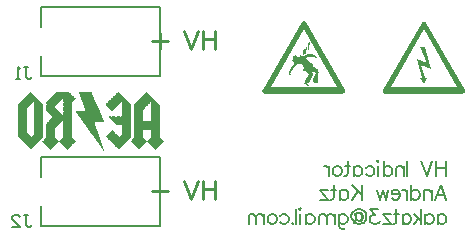
<source format=gbo>
G04*
G04 #@! TF.GenerationSoftware,Altium Limited,Altium Designer,20.0.10 (225)*
G04*
G04 Layer_Color=32896*
%FSLAX25Y25*%
%MOIN*%
G70*
G01*
G75*
%ADD11C,0.01000*%
%ADD13C,0.00700*%
%ADD32C,0.00600*%
%ADD33C,0.00800*%
G36*
X181765Y181027D02*
X181834D01*
Y180958D01*
X181902D01*
Y180889D01*
X181971D01*
Y180821D01*
X182040D01*
Y180752D01*
X182109D01*
Y180683D01*
X182178D01*
Y180614D01*
X182247D01*
Y180545D01*
X182316D01*
Y180476D01*
X182385D01*
Y180407D01*
X182454D01*
Y180338D01*
X182522D01*
Y180269D01*
X182591D01*
Y180201D01*
X182660D01*
Y180132D01*
X182729D01*
Y180063D01*
X182798D01*
Y179994D01*
X182867D01*
Y179925D01*
X182936D01*
Y179856D01*
X183005D01*
Y179787D01*
X183074D01*
Y179718D01*
X183142D01*
Y179649D01*
X183211D01*
Y179580D01*
X183280D01*
Y179512D01*
X183349D01*
Y179443D01*
X183418D01*
Y179374D01*
X183487D01*
Y179305D01*
X183556D01*
Y179236D01*
X183625D01*
Y179167D01*
X183694D01*
Y179098D01*
X183763D01*
Y179029D01*
X183832D01*
Y178960D01*
X183900D01*
Y178892D01*
X183969D01*
Y178823D01*
X184038D01*
Y178754D01*
X184107D01*
Y178685D01*
X184176D01*
Y178616D01*
X184245D01*
Y178547D01*
X184314D01*
Y178478D01*
X184383D01*
Y178409D01*
X184451D01*
Y178340D01*
X184520D01*
Y178271D01*
X184589D01*
Y178203D01*
X184658D01*
Y178134D01*
X184727D01*
Y178065D01*
X184796D01*
Y177996D01*
X184865D01*
Y177927D01*
X184934D01*
Y177858D01*
X185003D01*
Y177789D01*
X185072D01*
Y177720D01*
X185141D01*
Y177651D01*
X185209D01*
Y177583D01*
X185278D01*
Y177514D01*
X185347D01*
Y177445D01*
X185416D01*
Y177376D01*
X185485D01*
Y177307D01*
X185554D01*
Y177238D01*
X185623D01*
Y177169D01*
X185692D01*
Y177100D01*
X185760D01*
Y177031D01*
X185829D01*
Y176962D01*
X185898D01*
Y176894D01*
X185967D01*
Y176825D01*
X186036D01*
Y176756D01*
X186105D01*
Y176687D01*
X186174D01*
Y176618D01*
X186243D01*
Y176549D01*
X186174D01*
Y176480D01*
Y176411D01*
Y176342D01*
X186243D01*
Y176274D01*
X186174D01*
Y176205D01*
Y176136D01*
Y176067D01*
X186243D01*
Y175998D01*
X186174D01*
Y175929D01*
Y175860D01*
Y175791D01*
X186243D01*
Y175722D01*
X186174D01*
Y175654D01*
Y175585D01*
Y175516D01*
X186243D01*
Y175447D01*
X186174D01*
Y175378D01*
Y175309D01*
Y175240D01*
X186243D01*
Y175171D01*
X186174D01*
Y175102D01*
Y175033D01*
Y174964D01*
X186243D01*
Y174896D01*
X186174D01*
Y174827D01*
Y174758D01*
Y174689D01*
X186243D01*
Y174620D01*
X186174D01*
Y174551D01*
Y174482D01*
Y174413D01*
X186243D01*
Y174345D01*
X186174D01*
Y174276D01*
Y174207D01*
Y174138D01*
X186243D01*
Y174069D01*
X186174D01*
Y174000D01*
Y173931D01*
Y173862D01*
X186243D01*
Y173793D01*
X186174D01*
Y173724D01*
Y173655D01*
Y173587D01*
X186243D01*
Y173518D01*
X186174D01*
Y173449D01*
Y173380D01*
Y173311D01*
X186243D01*
Y173242D01*
X186174D01*
Y173173D01*
Y173104D01*
Y173036D01*
X186243D01*
Y172967D01*
X186174D01*
Y172898D01*
Y172829D01*
Y172760D01*
X186243D01*
Y172691D01*
X186174D01*
Y172622D01*
Y172553D01*
Y172484D01*
X186243D01*
Y172415D01*
X186174D01*
Y172346D01*
Y172278D01*
Y172209D01*
X186243D01*
Y172140D01*
X186174D01*
Y172071D01*
Y172002D01*
Y171933D01*
X186243D01*
Y171864D01*
X186174D01*
Y171795D01*
Y171727D01*
Y171658D01*
X186243D01*
Y171589D01*
X186174D01*
Y171520D01*
Y171451D01*
Y171382D01*
X186243D01*
Y171313D01*
X186174D01*
Y171244D01*
Y171175D01*
Y171106D01*
X186243D01*
Y171037D01*
X186174D01*
Y170969D01*
Y170900D01*
Y170831D01*
X186243D01*
Y170762D01*
X186174D01*
Y170693D01*
Y170624D01*
Y170555D01*
X186243D01*
Y170486D01*
X186174D01*
Y170417D01*
Y170349D01*
Y170280D01*
X186243D01*
Y170211D01*
X186174D01*
Y170142D01*
Y170073D01*
Y170004D01*
X186243D01*
Y169935D01*
X186174D01*
Y169866D01*
Y169797D01*
Y169729D01*
X186243D01*
Y169660D01*
X186174D01*
Y169591D01*
Y169522D01*
Y169453D01*
X186243D01*
Y169384D01*
X186174D01*
Y169315D01*
Y169246D01*
Y169177D01*
X186243D01*
Y169108D01*
X186174D01*
Y169040D01*
Y168971D01*
Y168902D01*
X186243D01*
Y168833D01*
X186174D01*
Y168764D01*
Y168695D01*
Y168626D01*
X186243D01*
Y168557D01*
X186174D01*
Y168488D01*
Y168420D01*
Y168351D01*
X186243D01*
Y168282D01*
X186174D01*
Y168213D01*
Y168144D01*
Y168075D01*
X186243D01*
Y168006D01*
X186174D01*
Y167937D01*
Y167868D01*
Y167799D01*
X186243D01*
Y167731D01*
X186174D01*
Y167662D01*
Y167593D01*
Y167524D01*
X186243D01*
Y167455D01*
X186174D01*
Y167386D01*
Y167317D01*
Y167248D01*
X186243D01*
Y167179D01*
X186174D01*
Y167111D01*
Y167042D01*
Y166973D01*
X186243D01*
Y166904D01*
X186174D01*
Y166835D01*
Y166766D01*
Y166697D01*
X186243D01*
Y166628D01*
X186174D01*
Y166559D01*
Y166490D01*
Y166422D01*
X186243D01*
Y166353D01*
X186174D01*
Y166284D01*
Y166215D01*
Y166146D01*
X186243D01*
Y166077D01*
X186174D01*
Y166008D01*
Y165939D01*
Y165870D01*
X186243D01*
Y165802D01*
X186174D01*
Y165733D01*
X186243D01*
Y165664D01*
X186312D01*
Y165595D01*
X186381D01*
Y165526D01*
X186450D01*
Y165457D01*
X186518D01*
Y165388D01*
X186587D01*
Y165319D01*
X186656D01*
Y165250D01*
X186725D01*
Y165182D01*
X186794D01*
Y165113D01*
X186863D01*
Y165044D01*
X186932D01*
Y164975D01*
X187001D01*
Y164906D01*
X187069D01*
Y164837D01*
X187138D01*
Y164768D01*
X187207D01*
Y164699D01*
X187276D01*
Y164630D01*
X187345D01*
Y164561D01*
X187414D01*
Y164492D01*
X187345D01*
Y164424D01*
X187276D01*
Y164355D01*
X187207D01*
Y164286D01*
X187138D01*
Y164217D01*
X187069D01*
Y164148D01*
X187001D01*
Y164079D01*
X186932D01*
Y164010D01*
X186863D01*
Y163941D01*
X186794D01*
Y163873D01*
X186725D01*
Y163804D01*
X186656D01*
Y163735D01*
X186587D01*
Y163666D01*
X186518D01*
Y163597D01*
X186450D01*
Y163528D01*
X186381D01*
Y163459D01*
X186312D01*
Y163390D01*
X186243D01*
Y163321D01*
X186174D01*
Y163252D01*
X186105D01*
Y163183D01*
X186036D01*
Y163115D01*
X185967D01*
Y163046D01*
X185898D01*
Y162977D01*
X185829D01*
Y162908D01*
X185760D01*
Y162839D01*
X185692D01*
Y162770D01*
X185623D01*
Y162701D01*
X185554D01*
Y162632D01*
X185485D01*
Y162563D01*
X185416D01*
Y162495D01*
X185347D01*
Y162426D01*
X185278D01*
Y162357D01*
X185209D01*
Y162288D01*
X185141D01*
Y162219D01*
X185072D01*
Y162150D01*
X185003D01*
Y162081D01*
X184934D01*
Y162012D01*
X184865D01*
Y161943D01*
X184796D01*
Y161874D01*
X184727D01*
Y161806D01*
X184658D01*
Y161874D01*
X184589D01*
Y161943D01*
X184520D01*
Y162012D01*
X184451D01*
Y162081D01*
X184383D01*
Y162150D01*
X184314D01*
Y162219D01*
X184245D01*
Y162288D01*
X184176D01*
Y162357D01*
X184107D01*
Y162426D01*
X184038D01*
Y162495D01*
X183969D01*
Y162563D01*
X183900D01*
Y162632D01*
X183832D01*
Y162701D01*
X183763D01*
Y162770D01*
X183694D01*
Y162839D01*
X183625D01*
Y162908D01*
X183556D01*
Y162977D01*
X183487D01*
Y163046D01*
X183418D01*
Y163115D01*
X183349D01*
Y163183D01*
X183280D01*
Y163252D01*
X183211D01*
Y163321D01*
X183142D01*
Y163390D01*
X183074D01*
Y163459D01*
X183005D01*
Y163528D01*
X182936D01*
Y163597D01*
X182867D01*
Y163666D01*
X182798D01*
Y163735D01*
X182729D01*
Y163804D01*
X182660D01*
Y163873D01*
X182591D01*
Y163941D01*
X182522D01*
Y164010D01*
X182454D01*
Y164079D01*
X182385D01*
Y164148D01*
X182316D01*
Y164217D01*
X182247D01*
Y164286D01*
X182178D01*
Y164355D01*
X182109D01*
Y164424D01*
X182040D01*
Y164492D01*
X181971D01*
Y164561D01*
X182040D01*
Y164630D01*
X182109D01*
Y164699D01*
X182178D01*
Y164768D01*
X182247D01*
Y164837D01*
X182316D01*
Y164906D01*
X182385D01*
Y164975D01*
X182454D01*
Y165044D01*
X182522D01*
Y165113D01*
X182591D01*
Y165182D01*
X182660D01*
Y165250D01*
X182729D01*
Y165319D01*
X182798D01*
Y165388D01*
X182867D01*
Y165457D01*
X182936D01*
Y165526D01*
X183005D01*
Y165595D01*
X183074D01*
Y165664D01*
X183142D01*
Y165733D01*
X183211D01*
Y165802D01*
X183142D01*
Y165870D01*
X183211D01*
Y165939D01*
Y166008D01*
Y166077D01*
X183142D01*
Y166146D01*
X183211D01*
Y166215D01*
Y166284D01*
Y166353D01*
X183142D01*
Y166422D01*
X183211D01*
Y166490D01*
Y166559D01*
Y166628D01*
X183142D01*
Y166697D01*
X183211D01*
Y166766D01*
Y166835D01*
Y166904D01*
X183142D01*
Y166973D01*
X183211D01*
Y167042D01*
Y167111D01*
Y167179D01*
X183142D01*
Y167248D01*
X183211D01*
Y167317D01*
Y167386D01*
Y167455D01*
X183142D01*
Y167524D01*
X183211D01*
Y167593D01*
Y167662D01*
Y167731D01*
X183142D01*
Y167799D01*
X183211D01*
Y167868D01*
Y167937D01*
Y168006D01*
X183142D01*
Y168075D01*
X183211D01*
Y168144D01*
X183142D01*
Y168213D01*
X180593D01*
Y168144D01*
X180662D01*
Y168075D01*
X180593D01*
Y168006D01*
X180662D01*
Y167937D01*
X180593D01*
Y167868D01*
X180662D01*
Y167799D01*
X180593D01*
Y167731D01*
X180662D01*
Y167662D01*
X180593D01*
Y167593D01*
X180662D01*
Y167524D01*
X180593D01*
Y167455D01*
X180662D01*
Y167386D01*
X180593D01*
Y167317D01*
X180662D01*
Y167248D01*
X180593D01*
Y167179D01*
X180662D01*
Y167111D01*
X180593D01*
Y167042D01*
X180662D01*
Y166973D01*
X180593D01*
Y166904D01*
X180662D01*
Y166835D01*
X180593D01*
Y166766D01*
X180662D01*
Y166697D01*
X180593D01*
Y166628D01*
X180662D01*
Y166559D01*
X180593D01*
Y166490D01*
X180662D01*
Y166422D01*
X180593D01*
Y166353D01*
X180662D01*
Y166284D01*
X180593D01*
Y166215D01*
X180662D01*
Y166146D01*
X180593D01*
Y166077D01*
X180662D01*
Y166008D01*
X180593D01*
Y165939D01*
X180662D01*
Y165870D01*
X180593D01*
Y165802D01*
X180662D01*
Y165733D01*
Y165664D01*
X180800D01*
Y165595D01*
Y165526D01*
X180938D01*
Y165457D01*
Y165388D01*
X181076D01*
Y165319D01*
Y165250D01*
X181213D01*
Y165182D01*
X181145D01*
Y165113D01*
X181351D01*
Y165044D01*
Y164975D01*
X181489D01*
Y164906D01*
X181420D01*
Y164837D01*
X181627D01*
Y164768D01*
Y164699D01*
X181765D01*
Y164630D01*
X181696D01*
Y164561D01*
X181902D01*
Y164492D01*
X181696D01*
Y164424D01*
X181765D01*
Y164355D01*
X181558D01*
Y164286D01*
X181627D01*
Y164217D01*
X181420D01*
Y164148D01*
X181489D01*
Y164079D01*
X181282D01*
Y164010D01*
X181351D01*
Y163941D01*
X181145D01*
Y163873D01*
X181213D01*
Y163804D01*
X181007D01*
Y163735D01*
X181076D01*
Y163666D01*
X180869D01*
Y163597D01*
X180938D01*
Y163528D01*
X180731D01*
Y163459D01*
X180800D01*
Y163390D01*
X180731D01*
Y163321D01*
X180662D01*
Y163252D01*
X180593D01*
Y163183D01*
X180525D01*
Y163252D01*
X180456D01*
Y163183D01*
X180525D01*
Y163115D01*
X180456D01*
Y163046D01*
X180387D01*
Y162977D01*
X180318D01*
Y162908D01*
X180249D01*
Y162977D01*
X180180D01*
Y162908D01*
X180249D01*
Y162839D01*
X180180D01*
Y162770D01*
X180111D01*
Y162701D01*
X180042D01*
Y162632D01*
X179973D01*
Y162701D01*
X179904D01*
Y162632D01*
X179973D01*
Y162563D01*
X179904D01*
Y162495D01*
X179836D01*
Y162426D01*
X179767D01*
Y162357D01*
X179698D01*
Y162426D01*
X179629D01*
Y162357D01*
X179698D01*
Y162288D01*
X179629D01*
Y162219D01*
X179560D01*
Y162150D01*
X179491D01*
Y162081D01*
X179422D01*
Y162012D01*
X179353D01*
Y161943D01*
X179284D01*
Y161874D01*
X179216D01*
Y161806D01*
X179147D01*
Y161874D01*
X179078D01*
Y161943D01*
X179009D01*
Y162012D01*
X178940D01*
Y162081D01*
X178871D01*
Y162150D01*
X178802D01*
Y162219D01*
X178733D01*
Y162288D01*
X178664D01*
Y162357D01*
X178595D01*
Y162426D01*
X178527D01*
Y162495D01*
X178458D01*
Y162563D01*
X178389D01*
Y162632D01*
X178320D01*
Y162701D01*
X178251D01*
Y162770D01*
X178182D01*
Y162839D01*
X178113D01*
Y162908D01*
X178044D01*
Y162977D01*
X177975D01*
Y163046D01*
X177907D01*
Y163115D01*
X177838D01*
Y163183D01*
X177769D01*
Y163252D01*
X177700D01*
Y163321D01*
X177631D01*
Y163390D01*
X177562D01*
Y163459D01*
X177493D01*
Y163528D01*
X177424D01*
Y163597D01*
X177355D01*
Y163666D01*
X177287D01*
Y163735D01*
X177218D01*
Y163804D01*
X177149D01*
Y163873D01*
X177080D01*
Y163941D01*
X177011D01*
Y164010D01*
X176942D01*
Y164079D01*
X176873D01*
Y164148D01*
X176804D01*
Y164217D01*
X176735D01*
Y164286D01*
X176666D01*
Y164355D01*
X176597D01*
Y164424D01*
X176529D01*
Y164492D01*
X176460D01*
Y164561D01*
X176529D01*
Y164630D01*
X176597D01*
Y164699D01*
X176666D01*
Y164768D01*
X176735D01*
Y164837D01*
X176804D01*
Y164906D01*
X176873D01*
Y164975D01*
X176942D01*
Y165044D01*
X177011D01*
Y165113D01*
X177080D01*
Y165182D01*
X177011D01*
Y165250D01*
X177218D01*
Y165319D01*
X177149D01*
Y165388D01*
X177355D01*
Y165457D01*
X177287D01*
Y165526D01*
X177424D01*
Y165595D01*
Y165664D01*
X177562D01*
Y165733D01*
Y165802D01*
X177631D01*
Y165870D01*
X177562D01*
Y165939D01*
X177631D01*
Y166008D01*
X177562D01*
Y166077D01*
X177631D01*
Y166146D01*
X177562D01*
Y166215D01*
X177631D01*
Y166284D01*
X177562D01*
Y166353D01*
X177631D01*
Y166422D01*
X177562D01*
Y166490D01*
X177631D01*
Y166559D01*
X177562D01*
Y166628D01*
X177631D01*
Y166697D01*
X177562D01*
Y166766D01*
X177631D01*
Y166835D01*
X177562D01*
Y166904D01*
X177631D01*
Y166973D01*
X177562D01*
Y167042D01*
X177631D01*
Y167111D01*
X177562D01*
Y167179D01*
X177631D01*
Y167248D01*
X177562D01*
Y167317D01*
X177631D01*
Y167386D01*
X177562D01*
Y167455D01*
X177631D01*
Y167524D01*
X177562D01*
Y167593D01*
X177631D01*
Y167662D01*
X177562D01*
Y167731D01*
X177631D01*
Y167799D01*
X177562D01*
Y167868D01*
X177631D01*
Y167937D01*
X177562D01*
Y168006D01*
X177631D01*
Y168075D01*
X177562D01*
Y168144D01*
X177631D01*
Y168213D01*
X177562D01*
Y168282D01*
X177631D01*
Y168351D01*
X177562D01*
Y168420D01*
X177631D01*
Y168488D01*
X177562D01*
Y168557D01*
X177631D01*
Y168626D01*
X177562D01*
Y168695D01*
X177631D01*
Y168764D01*
X177562D01*
Y168833D01*
X177631D01*
Y168902D01*
X177562D01*
Y168971D01*
X177631D01*
Y169040D01*
X177562D01*
Y169108D01*
X177631D01*
Y169177D01*
X177562D01*
Y169246D01*
X177631D01*
Y169315D01*
X177562D01*
Y169384D01*
X177631D01*
Y169453D01*
X177562D01*
Y169522D01*
X177631D01*
Y169591D01*
X177562D01*
Y169660D01*
X177631D01*
Y169729D01*
X177562D01*
Y169797D01*
X177631D01*
Y169866D01*
X177562D01*
Y169935D01*
X177631D01*
Y170004D01*
X177562D01*
Y170073D01*
X177631D01*
Y170142D01*
X177562D01*
Y170211D01*
X177631D01*
Y170280D01*
X177562D01*
Y170349D01*
X177631D01*
Y170417D01*
X177562D01*
Y170486D01*
X177631D01*
Y170555D01*
X177562D01*
Y170624D01*
X177631D01*
Y170693D01*
X177562D01*
Y170762D01*
X177631D01*
Y170831D01*
X177562D01*
Y170900D01*
X177631D01*
Y170969D01*
X177562D01*
Y171037D01*
X177631D01*
Y171106D01*
X177562D01*
Y171175D01*
X177631D01*
Y171244D01*
X177562D01*
Y171313D01*
X177631D01*
Y171382D01*
X177562D01*
Y171451D01*
X177631D01*
Y171520D01*
X177562D01*
Y171589D01*
X177631D01*
Y171658D01*
X177562D01*
Y171727D01*
X177631D01*
Y171795D01*
X177562D01*
Y171864D01*
X177631D01*
Y171933D01*
X177562D01*
Y172002D01*
X177631D01*
Y172071D01*
X177562D01*
Y172140D01*
X177631D01*
Y172209D01*
X177562D01*
Y172278D01*
X177631D01*
Y172346D01*
X177562D01*
Y172415D01*
X177631D01*
Y172484D01*
X177562D01*
Y172553D01*
X177631D01*
Y172622D01*
X177562D01*
Y172691D01*
X177631D01*
Y172760D01*
X177562D01*
Y172829D01*
X177631D01*
Y172898D01*
X177562D01*
Y172967D01*
X177631D01*
Y173036D01*
X177562D01*
Y173104D01*
X177631D01*
Y173173D01*
X177562D01*
Y173242D01*
X177631D01*
Y173311D01*
X177562D01*
Y173380D01*
X177631D01*
Y173449D01*
X177562D01*
Y173518D01*
X177631D01*
Y173587D01*
X177562D01*
Y173655D01*
X177631D01*
Y173724D01*
X177562D01*
Y173793D01*
X177631D01*
Y173862D01*
X177562D01*
Y173931D01*
X177631D01*
Y174000D01*
X177562D01*
Y174069D01*
X177631D01*
Y174138D01*
X177562D01*
Y174207D01*
X177631D01*
Y174276D01*
X177562D01*
Y174345D01*
X177631D01*
Y174413D01*
X177562D01*
Y174482D01*
X177631D01*
Y174551D01*
X177562D01*
Y174620D01*
X177631D01*
Y174689D01*
X177562D01*
Y174758D01*
X177631D01*
Y174827D01*
X177562D01*
Y174896D01*
X177631D01*
Y174964D01*
X177562D01*
Y175033D01*
X177631D01*
Y175102D01*
X177562D01*
Y175171D01*
X177631D01*
Y175240D01*
X177562D01*
Y175309D01*
X177631D01*
Y175378D01*
X177562D01*
Y175447D01*
X177631D01*
Y175516D01*
X177562D01*
Y175585D01*
X177631D01*
Y175654D01*
X177562D01*
Y175722D01*
X177631D01*
Y175791D01*
X177562D01*
Y175860D01*
X177631D01*
Y175929D01*
X177562D01*
Y175998D01*
X177631D01*
Y176067D01*
X177562D01*
Y176136D01*
X177631D01*
Y176205D01*
X177562D01*
Y176274D01*
X177631D01*
Y176342D01*
X177562D01*
Y176411D01*
X177631D01*
Y176480D01*
X177562D01*
Y176549D01*
X177631D01*
Y176618D01*
X177562D01*
Y176687D01*
X177631D01*
Y176756D01*
X177562D01*
Y176825D01*
X177631D01*
Y176894D01*
X177562D01*
Y176962D01*
X177631D01*
Y177031D01*
X177700D01*
Y177100D01*
X177769D01*
Y177169D01*
X177838D01*
Y177238D01*
X177907D01*
Y177307D01*
X177975D01*
Y177376D01*
X178044D01*
Y177445D01*
X178113D01*
Y177514D01*
X178182D01*
Y177583D01*
X178251D01*
Y177651D01*
X178320D01*
Y177720D01*
X178389D01*
Y177789D01*
X178458D01*
Y177858D01*
X178527D01*
Y177789D01*
X178595D01*
Y177858D01*
X178527D01*
Y177927D01*
X178595D01*
Y177996D01*
X178664D01*
Y178065D01*
X178733D01*
Y178134D01*
X178802D01*
Y178203D01*
X178871D01*
Y178271D01*
X178940D01*
Y178340D01*
X179009D01*
Y178409D01*
X179078D01*
Y178340D01*
X179147D01*
Y178409D01*
X179078D01*
Y178478D01*
X179147D01*
Y178547D01*
X179216D01*
Y178616D01*
X179284D01*
Y178685D01*
X179353D01*
Y178754D01*
X179422D01*
Y178823D01*
X179491D01*
Y178892D01*
X179560D01*
Y178960D01*
X179629D01*
Y179029D01*
X179698D01*
Y179098D01*
X179767D01*
Y179167D01*
X179836D01*
Y179236D01*
X179904D01*
Y179305D01*
X179973D01*
Y179374D01*
X180042D01*
Y179443D01*
X180111D01*
Y179512D01*
X180180D01*
Y179443D01*
X180249D01*
Y179512D01*
X180180D01*
Y179580D01*
X180249D01*
Y179649D01*
X180318D01*
Y179718D01*
X180387D01*
Y179787D01*
X180456D01*
Y179856D01*
X180525D01*
Y179925D01*
X180593D01*
Y179994D01*
X180662D01*
Y180063D01*
X180731D01*
Y179994D01*
X180800D01*
Y180063D01*
X180731D01*
Y180132D01*
X180800D01*
Y180201D01*
X180869D01*
Y180269D01*
X180938D01*
Y180338D01*
X181007D01*
Y180407D01*
X181076D01*
Y180476D01*
X181145D01*
Y180545D01*
X181213D01*
Y180614D01*
X181282D01*
Y180683D01*
X181351D01*
Y180752D01*
X181420D01*
Y180821D01*
X181489D01*
Y180889D01*
X181558D01*
Y180958D01*
X181627D01*
Y181027D01*
X181696D01*
Y181096D01*
X181765D01*
Y181027D01*
D02*
G37*
G36*
X163301D02*
Y180958D01*
Y180889D01*
X163370D01*
Y180821D01*
X163439D01*
Y180752D01*
Y180683D01*
Y180614D01*
X163507D01*
Y180545D01*
X163576D01*
Y180476D01*
X163507D01*
Y180407D01*
X163576D01*
Y180338D01*
X163645D01*
Y180269D01*
X163714D01*
Y180201D01*
X163645D01*
Y180132D01*
X163714D01*
Y180063D01*
X163783D01*
Y179994D01*
Y179925D01*
Y179856D01*
X163852D01*
Y179787D01*
Y179718D01*
X163921D01*
Y179649D01*
Y179580D01*
X163990D01*
Y179512D01*
X163921D01*
Y179443D01*
X163990D01*
Y179374D01*
X164059D01*
Y179305D01*
X164128D01*
Y179236D01*
X164059D01*
Y179167D01*
X164128D01*
Y179098D01*
X164196D01*
Y179029D01*
Y178960D01*
Y178892D01*
X164265D01*
Y178823D01*
Y178754D01*
X164334D01*
Y178685D01*
Y178616D01*
X164403D01*
Y178547D01*
X164334D01*
Y178478D01*
X164403D01*
Y178409D01*
X164472D01*
Y178340D01*
X164541D01*
Y178271D01*
X164472D01*
Y178203D01*
X164541D01*
Y178134D01*
X164610D01*
Y178065D01*
Y177996D01*
Y177927D01*
X164679D01*
Y177858D01*
Y177789D01*
X164816D01*
Y177720D01*
X164748D01*
Y177651D01*
X164816D01*
Y177583D01*
Y177514D01*
Y177445D01*
X164885D01*
Y177376D01*
X164954D01*
Y177307D01*
X164885D01*
Y177238D01*
X164954D01*
Y177169D01*
X165023D01*
Y177100D01*
X165092D01*
Y177031D01*
X165023D01*
Y176962D01*
X165092D01*
Y176894D01*
X165161D01*
Y176825D01*
Y176756D01*
Y176687D01*
X165230D01*
Y176618D01*
X165299D01*
Y176549D01*
Y176480D01*
Y176411D01*
X165368D01*
Y176342D01*
Y176274D01*
Y176205D01*
X165436D01*
Y176136D01*
X165505D01*
Y176067D01*
X165436D01*
Y175998D01*
X165505D01*
Y175929D01*
X165574D01*
Y175860D01*
X165643D01*
Y175791D01*
X165574D01*
Y175722D01*
X165643D01*
Y175654D01*
X165712D01*
Y175585D01*
Y175516D01*
Y175447D01*
X165781D01*
Y175378D01*
Y175309D01*
X165850D01*
Y175240D01*
Y175171D01*
X165919D01*
Y175102D01*
X165850D01*
Y175033D01*
X165919D01*
Y174964D01*
X165988D01*
Y174896D01*
X166057D01*
Y174827D01*
X165988D01*
Y174758D01*
X166057D01*
Y174689D01*
X166126D01*
Y174620D01*
Y174551D01*
Y174482D01*
X166194D01*
Y174413D01*
Y174345D01*
X166263D01*
Y174276D01*
Y174207D01*
X166332D01*
Y174138D01*
X166263D01*
Y174069D01*
X166332D01*
Y174000D01*
X166401D01*
Y173931D01*
X166470D01*
Y173862D01*
Y173793D01*
Y173724D01*
X166539D01*
Y173655D01*
X166608D01*
Y173587D01*
X166539D01*
Y173518D01*
X166608D01*
Y173449D01*
X166677D01*
Y173380D01*
X166746D01*
Y173311D01*
X166677D01*
Y173242D01*
X166746D01*
Y173173D01*
Y173104D01*
X166814D01*
Y173036D01*
Y172967D01*
X166883D01*
Y172898D01*
Y172829D01*
Y172760D01*
X166952D01*
Y172691D01*
X167021D01*
Y172622D01*
X166952D01*
Y172553D01*
X167021D01*
Y172484D01*
X167090D01*
Y172415D01*
X167159D01*
Y172346D01*
X167090D01*
Y172278D01*
X167159D01*
Y172209D01*
X167228D01*
Y172140D01*
Y172071D01*
Y172002D01*
X167297D01*
Y171933D01*
Y171864D01*
Y171795D01*
X167366D01*
Y171727D01*
X167435D01*
Y171658D01*
X167366D01*
Y171589D01*
X167435D01*
Y171520D01*
X167503D01*
Y171451D01*
X167572D01*
Y171382D01*
X167503D01*
Y171313D01*
X167572D01*
Y171244D01*
X167641D01*
Y171175D01*
Y171106D01*
Y171037D01*
X167710D01*
Y170969D01*
X167641D01*
Y170900D01*
X167572D01*
Y170969D01*
X167503D01*
Y170900D01*
X167297D01*
Y170969D01*
X167228D01*
Y170900D01*
X167021D01*
Y170969D01*
X166952D01*
Y170900D01*
X166746D01*
Y170969D01*
X166677D01*
Y170900D01*
X166470D01*
Y170969D01*
X166401D01*
Y170900D01*
X166194D01*
Y170969D01*
X166126D01*
Y170900D01*
X165919D01*
Y170969D01*
X165850D01*
Y170900D01*
X165643D01*
Y170969D01*
X165574D01*
Y170900D01*
X165368D01*
Y170969D01*
X165299D01*
Y170900D01*
X165092D01*
Y170969D01*
X165023D01*
Y170900D01*
X164816D01*
Y170969D01*
X164748D01*
Y170900D01*
X164541D01*
Y170969D01*
X164472D01*
Y170900D01*
X164403D01*
Y170831D01*
X164334D01*
Y170762D01*
X164403D01*
Y170693D01*
Y170624D01*
X164472D01*
Y170555D01*
Y170486D01*
X164541D01*
Y170417D01*
X164472D01*
Y170349D01*
X164541D01*
Y170280D01*
Y170211D01*
Y170142D01*
X164610D01*
Y170073D01*
X164679D01*
Y170004D01*
X164610D01*
Y169935D01*
X164679D01*
Y169866D01*
Y169797D01*
X164748D01*
Y169729D01*
Y169660D01*
X164816D01*
Y169591D01*
X164748D01*
Y169522D01*
X164816D01*
Y169453D01*
Y169384D01*
X164885D01*
Y169315D01*
Y169246D01*
X164954D01*
Y169177D01*
X164885D01*
Y169108D01*
X164954D01*
Y169040D01*
X165023D01*
Y168971D01*
X165092D01*
Y168902D01*
X165023D01*
Y168833D01*
X165092D01*
Y168764D01*
X165023D01*
Y168695D01*
X165092D01*
Y168626D01*
X165161D01*
Y168557D01*
Y168488D01*
Y168420D01*
X165230D01*
Y168351D01*
X165161D01*
Y168282D01*
X165230D01*
Y168213D01*
X165299D01*
Y168144D01*
X165368D01*
Y168075D01*
X165299D01*
Y168006D01*
X165368D01*
Y167937D01*
X165299D01*
Y167868D01*
X165368D01*
Y167799D01*
X165436D01*
Y167731D01*
X165505D01*
Y167662D01*
X165436D01*
Y167593D01*
X165505D01*
Y167524D01*
Y167455D01*
Y167386D01*
X165574D01*
Y167317D01*
X165643D01*
Y167248D01*
X165574D01*
Y167179D01*
X165643D01*
Y167111D01*
Y167042D01*
Y166973D01*
X165712D01*
Y166904D01*
X165781D01*
Y166835D01*
X165712D01*
Y166766D01*
X165781D01*
Y166697D01*
X165850D01*
Y166628D01*
X165781D01*
Y166559D01*
X165850D01*
Y166490D01*
X165919D01*
Y166422D01*
X165850D01*
Y166353D01*
X165919D01*
Y166284D01*
X165988D01*
Y166215D01*
Y166146D01*
Y166077D01*
X166057D01*
Y166008D01*
X165988D01*
Y165939D01*
X166057D01*
Y165870D01*
X166126D01*
Y165802D01*
Y165733D01*
Y165664D01*
X166194D01*
Y165595D01*
Y165526D01*
Y165457D01*
X166263D01*
Y165388D01*
Y165319D01*
Y165250D01*
X166332D01*
Y165182D01*
X166263D01*
Y165113D01*
X166332D01*
Y165044D01*
X166401D01*
Y164975D01*
Y164906D01*
Y164837D01*
X166470D01*
Y164768D01*
Y164699D01*
Y164630D01*
X166539D01*
Y164561D01*
Y164492D01*
Y164424D01*
X166608D01*
Y164355D01*
Y164286D01*
Y164217D01*
X166677D01*
Y164148D01*
X166746D01*
Y164079D01*
X166677D01*
Y164010D01*
X166746D01*
Y163941D01*
Y163873D01*
Y163804D01*
X166814D01*
Y163735D01*
X166883D01*
Y163666D01*
X166814D01*
Y163597D01*
X166883D01*
Y163528D01*
Y163459D01*
X167021D01*
Y163390D01*
X166952D01*
Y163321D01*
X167021D01*
Y163252D01*
X166952D01*
Y163183D01*
X167021D01*
Y163115D01*
Y163046D01*
X167090D01*
Y162977D01*
Y162908D01*
X167159D01*
Y162839D01*
X167090D01*
Y162770D01*
X167159D01*
Y162701D01*
Y162632D01*
X167297D01*
Y162563D01*
X167228D01*
Y162495D01*
X167297D01*
Y162426D01*
X167228D01*
Y162357D01*
X167297D01*
Y162288D01*
X167366D01*
Y162219D01*
Y162150D01*
Y162081D01*
X167435D01*
Y162012D01*
X167366D01*
Y161943D01*
X167435D01*
Y161874D01*
X167503D01*
Y161806D01*
X167572D01*
Y161737D01*
X167503D01*
Y161668D01*
X167572D01*
Y161599D01*
X167503D01*
Y161530D01*
X167572D01*
Y161461D01*
X167641D01*
Y161392D01*
X167710D01*
Y161323D01*
X167641D01*
Y161254D01*
X167572D01*
Y161323D01*
X167503D01*
Y161392D01*
X167435D01*
Y161461D01*
X167366D01*
Y161530D01*
Y161599D01*
X167297D01*
Y161668D01*
Y161737D01*
X167228D01*
Y161806D01*
X167159D01*
Y161874D01*
X167090D01*
Y161943D01*
Y162012D01*
X166952D01*
Y162081D01*
X167021D01*
Y162150D01*
X166952D01*
Y162219D01*
X166883D01*
Y162288D01*
X166814D01*
Y162357D01*
X166746D01*
Y162426D01*
X166677D01*
Y162495D01*
Y162563D01*
X166608D01*
Y162632D01*
Y162701D01*
X166539D01*
Y162770D01*
X166470D01*
Y162839D01*
X166401D01*
Y162908D01*
X166470D01*
Y162977D01*
X166263D01*
Y163046D01*
X166332D01*
Y163115D01*
X166263D01*
Y163183D01*
X166194D01*
Y163252D01*
X166126D01*
Y163321D01*
X166057D01*
Y163390D01*
X165988D01*
Y163459D01*
Y163528D01*
X165919D01*
Y163597D01*
Y163666D01*
X165850D01*
Y163735D01*
X165781D01*
Y163804D01*
X165712D01*
Y163873D01*
X165643D01*
Y163941D01*
X165574D01*
Y164010D01*
X165643D01*
Y164079D01*
X165574D01*
Y164148D01*
X165505D01*
Y164217D01*
X165436D01*
Y164286D01*
X165368D01*
Y164355D01*
X165299D01*
Y164424D01*
X165230D01*
Y164492D01*
Y164561D01*
Y164630D01*
X165161D01*
Y164699D01*
X165092D01*
Y164768D01*
X165023D01*
Y164837D01*
X164954D01*
Y164906D01*
X164885D01*
Y164975D01*
X164954D01*
Y165044D01*
X164885D01*
Y165113D01*
X164816D01*
Y165182D01*
X164748D01*
Y165250D01*
X164679D01*
Y165319D01*
X164610D01*
Y165388D01*
X164541D01*
Y165457D01*
Y165526D01*
Y165595D01*
X164472D01*
Y165664D01*
X164403D01*
Y165733D01*
X164334D01*
Y165802D01*
X164265D01*
Y165870D01*
X164196D01*
Y165939D01*
X164265D01*
Y166008D01*
X164196D01*
Y166077D01*
X164128D01*
Y166146D01*
X164059D01*
Y166215D01*
X163990D01*
Y166284D01*
X163921D01*
Y166353D01*
X163852D01*
Y166422D01*
X163783D01*
Y166490D01*
X163852D01*
Y166559D01*
X163783D01*
Y166628D01*
X163714D01*
Y166697D01*
X163645D01*
Y166766D01*
X163576D01*
Y166835D01*
X163507D01*
Y166904D01*
X163576D01*
Y166973D01*
X163370D01*
Y167042D01*
X163439D01*
Y167111D01*
X163370D01*
Y167179D01*
X163301D01*
Y167248D01*
X163232D01*
Y167317D01*
X163163D01*
Y167386D01*
Y167455D01*
Y167524D01*
X163025D01*
Y167593D01*
Y167662D01*
X162956D01*
Y167731D01*
X162887D01*
Y167799D01*
X162819D01*
Y167868D01*
X162887D01*
Y167937D01*
X162681D01*
Y168006D01*
X162750D01*
Y168075D01*
X162681D01*
Y168144D01*
X162612D01*
Y168213D01*
X162543D01*
Y168282D01*
X162474D01*
Y168351D01*
X162405D01*
Y168420D01*
X162474D01*
Y168488D01*
X162336D01*
Y168557D01*
Y168626D01*
X162267D01*
Y168695D01*
X162198D01*
Y168764D01*
X162130D01*
Y168833D01*
Y168902D01*
X161992D01*
Y168971D01*
X162061D01*
Y169040D01*
X161992D01*
Y169108D01*
X161923D01*
Y169177D01*
X161854D01*
Y169246D01*
X161785D01*
Y169315D01*
X161716D01*
Y169384D01*
Y169453D01*
X161647D01*
Y169522D01*
Y169591D01*
X161578D01*
Y169660D01*
X161510D01*
Y169729D01*
X161441D01*
Y169797D01*
Y169866D01*
X161303D01*
Y169935D01*
X161372D01*
Y170004D01*
X161303D01*
Y170073D01*
X161234D01*
Y170142D01*
X161165D01*
Y170211D01*
X161096D01*
Y170280D01*
X161027D01*
Y170349D01*
Y170417D01*
X160958D01*
Y170486D01*
Y170555D01*
X160889D01*
Y170624D01*
X160821D01*
Y170693D01*
X160752D01*
Y170762D01*
Y170831D01*
X160614D01*
Y170900D01*
X160683D01*
Y170969D01*
X160614D01*
Y171037D01*
X160545D01*
Y171106D01*
X160476D01*
Y171175D01*
X160407D01*
Y171244D01*
X160338D01*
Y171313D01*
Y171382D01*
X160269D01*
Y171451D01*
Y171520D01*
X160201D01*
Y171589D01*
X160132D01*
Y171658D01*
X160063D01*
Y171727D01*
Y171795D01*
X159925D01*
Y171864D01*
X159994D01*
Y171933D01*
X159925D01*
Y172002D01*
X159856D01*
Y172071D01*
X159787D01*
Y172140D01*
X159718D01*
Y172209D01*
X159649D01*
Y172278D01*
Y172346D01*
X159581D01*
Y172415D01*
Y172484D01*
X159512D01*
Y172553D01*
X159443D01*
Y172622D01*
X159374D01*
Y172691D01*
X159305D01*
Y172760D01*
X159236D01*
Y172829D01*
X159305D01*
Y172898D01*
X159236D01*
Y172967D01*
X159167D01*
Y173036D01*
X159098D01*
Y173104D01*
X159029D01*
Y173173D01*
X158960D01*
Y173242D01*
X158891D01*
Y173311D01*
Y173380D01*
Y173449D01*
X158823D01*
Y173518D01*
X158754D01*
Y173587D01*
X158685D01*
Y173655D01*
X158616D01*
Y173724D01*
X158547D01*
Y173793D01*
X158616D01*
Y173862D01*
X158409D01*
Y173931D01*
X158478D01*
Y174000D01*
X158409D01*
Y174069D01*
X158340D01*
Y174138D01*
X158272D01*
Y174207D01*
X158203D01*
Y174276D01*
Y174345D01*
Y174413D01*
X158134D01*
Y174482D01*
X158065D01*
Y174551D01*
X157996D01*
Y174620D01*
X158065D01*
Y174689D01*
X158134D01*
Y174620D01*
X158203D01*
Y174689D01*
X158134D01*
Y174758D01*
X158203D01*
Y174689D01*
X158272D01*
Y174620D01*
X158340D01*
Y174689D01*
X158409D01*
Y174620D01*
X158478D01*
Y174689D01*
X158409D01*
Y174758D01*
X158478D01*
Y174689D01*
X158547D01*
Y174620D01*
X158616D01*
Y174689D01*
X158685D01*
Y174620D01*
X158754D01*
Y174689D01*
X158685D01*
Y174758D01*
X158754D01*
Y174689D01*
X158823D01*
Y174620D01*
X158891D01*
Y174689D01*
X158960D01*
Y174620D01*
X159029D01*
Y174689D01*
X158960D01*
Y174758D01*
X159029D01*
Y174689D01*
X159098D01*
Y174620D01*
X159167D01*
Y174689D01*
X159236D01*
Y174620D01*
X159305D01*
Y174689D01*
X159236D01*
Y174758D01*
X159305D01*
Y174689D01*
X159374D01*
Y174620D01*
X159443D01*
Y174689D01*
X159512D01*
Y174620D01*
X159581D01*
Y174689D01*
X159512D01*
Y174758D01*
X159581D01*
Y174689D01*
X159649D01*
Y174620D01*
X159718D01*
Y174689D01*
X159787D01*
Y174620D01*
X159856D01*
Y174689D01*
X159787D01*
Y174758D01*
X159856D01*
Y174689D01*
X159925D01*
Y174620D01*
X159994D01*
Y174689D01*
X160063D01*
Y174620D01*
X160132D01*
Y174689D01*
X160063D01*
Y174758D01*
X160132D01*
Y174689D01*
X160201D01*
Y174620D01*
X160269D01*
Y174689D01*
X160338D01*
Y174620D01*
X160407D01*
Y174689D01*
X160338D01*
Y174758D01*
X160407D01*
Y174689D01*
X160476D01*
Y174620D01*
X160545D01*
Y174689D01*
X160614D01*
Y174620D01*
X160683D01*
Y174689D01*
X160614D01*
Y174758D01*
X160683D01*
Y174689D01*
X160752D01*
Y174620D01*
X160821D01*
Y174689D01*
X160889D01*
Y174620D01*
X160958D01*
Y174689D01*
X160889D01*
Y174758D01*
X160958D01*
Y174689D01*
X161027D01*
Y174620D01*
X161096D01*
Y174689D01*
X161165D01*
Y174620D01*
X161234D01*
Y174689D01*
X161165D01*
Y174758D01*
X161234D01*
Y174689D01*
X161303D01*
Y174620D01*
X161372D01*
Y174689D01*
X161441D01*
Y174758D01*
X161372D01*
Y174827D01*
X161303D01*
Y174896D01*
X161372D01*
Y174964D01*
X161303D01*
Y175033D01*
Y175102D01*
Y175171D01*
X161234D01*
Y175240D01*
X161165D01*
Y175309D01*
X161234D01*
Y175378D01*
X161165D01*
Y175447D01*
X161096D01*
Y175516D01*
Y175585D01*
Y175654D01*
X161027D01*
Y175722D01*
X161096D01*
Y175791D01*
X161027D01*
Y175860D01*
X160958D01*
Y175929D01*
Y175998D01*
Y176067D01*
X160889D01*
Y176136D01*
X160958D01*
Y176205D01*
X160889D01*
Y176274D01*
X160821D01*
Y176342D01*
Y176411D01*
Y176480D01*
X160752D01*
Y176549D01*
Y176618D01*
Y176687D01*
X160683D01*
Y176756D01*
X160614D01*
Y176825D01*
X160683D01*
Y176894D01*
X160614D01*
Y176962D01*
Y177031D01*
Y177100D01*
X160545D01*
Y177169D01*
X160476D01*
Y177238D01*
X160545D01*
Y177307D01*
X160476D01*
Y177376D01*
X160407D01*
Y177445D01*
X160338D01*
Y177514D01*
X160407D01*
Y177583D01*
X160338D01*
Y177651D01*
Y177720D01*
Y177789D01*
X160269D01*
Y177858D01*
X160201D01*
Y177927D01*
X160269D01*
Y177996D01*
X160201D01*
Y178065D01*
Y178134D01*
X160132D01*
Y178203D01*
Y178271D01*
X160063D01*
Y178340D01*
X160132D01*
Y178409D01*
X160063D01*
Y178478D01*
X159994D01*
Y178547D01*
Y178616D01*
Y178685D01*
X159925D01*
Y178754D01*
X159994D01*
Y178823D01*
X159925D01*
Y178892D01*
X159856D01*
Y178960D01*
Y179029D01*
Y179098D01*
X159787D01*
Y179167D01*
X159856D01*
Y179236D01*
X159787D01*
Y179305D01*
X159718D01*
Y179374D01*
X159649D01*
Y179443D01*
X159718D01*
Y179512D01*
X159649D01*
Y179580D01*
Y179649D01*
Y179718D01*
X159581D01*
Y179787D01*
X159512D01*
Y179856D01*
X159581D01*
Y179925D01*
X159512D01*
Y179994D01*
X159443D01*
Y180063D01*
Y180132D01*
Y180201D01*
X159374D01*
Y180269D01*
X159443D01*
Y180338D01*
X159374D01*
Y180407D01*
X159305D01*
Y180476D01*
X159236D01*
Y180545D01*
X159305D01*
Y180614D01*
X159236D01*
Y180683D01*
Y180752D01*
Y180821D01*
X159167D01*
Y180889D01*
X159098D01*
Y180958D01*
X159167D01*
Y181027D01*
X159098D01*
Y181096D01*
X163301D01*
Y181027D01*
D02*
G37*
G36*
X172326Y180958D02*
X172395D01*
Y180889D01*
X172464D01*
Y180821D01*
X172602D01*
Y180752D01*
Y180683D01*
X172670D01*
Y180614D01*
X172739D01*
Y180545D01*
X172877D01*
Y180476D01*
Y180407D01*
X172946D01*
Y180338D01*
X173015D01*
Y180269D01*
X173153D01*
Y180201D01*
Y180132D01*
X173222D01*
Y180063D01*
X173291D01*
Y179994D01*
X173428D01*
Y179925D01*
Y179856D01*
X173497D01*
Y179787D01*
X173566D01*
Y179718D01*
X173704D01*
Y179649D01*
Y179580D01*
X173773D01*
Y179512D01*
X173842D01*
Y179443D01*
X173979D01*
Y179374D01*
Y179305D01*
X174048D01*
Y179236D01*
X174117D01*
Y179167D01*
X174255D01*
Y179098D01*
Y179029D01*
X174324D01*
Y178960D01*
X174393D01*
Y178892D01*
X174531D01*
Y178823D01*
Y178754D01*
X174600D01*
Y178685D01*
X174669D01*
Y178616D01*
X174806D01*
Y178547D01*
Y178478D01*
X174875D01*
Y178409D01*
X174944D01*
Y178340D01*
X175082D01*
Y178271D01*
Y178203D01*
X175151D01*
Y178134D01*
X175220D01*
Y178065D01*
X175357D01*
Y177996D01*
Y177927D01*
X175426D01*
Y177858D01*
X175495D01*
Y177789D01*
X175633D01*
Y177720D01*
Y177651D01*
X175702D01*
Y177583D01*
X175771D01*
Y177514D01*
X175909D01*
Y177445D01*
Y177376D01*
X175978D01*
Y177307D01*
X176046D01*
Y177238D01*
X176184D01*
Y177169D01*
Y177100D01*
X176253D01*
Y177031D01*
X176322D01*
Y176962D01*
X176391D01*
Y176894D01*
X176460D01*
Y176825D01*
X176391D01*
Y176756D01*
X176460D01*
Y176687D01*
X176391D01*
Y176618D01*
X176460D01*
Y176549D01*
X176391D01*
Y176480D01*
X176460D01*
Y176411D01*
X176391D01*
Y176342D01*
X176460D01*
Y176274D01*
X176391D01*
Y176205D01*
X176460D01*
Y176136D01*
X176391D01*
Y176067D01*
X176460D01*
Y175998D01*
X176391D01*
Y175929D01*
X176460D01*
Y175860D01*
X176391D01*
Y175791D01*
X176460D01*
Y175722D01*
X176391D01*
Y175654D01*
X176460D01*
Y175585D01*
X176391D01*
Y175516D01*
X176460D01*
Y175447D01*
X176391D01*
Y175378D01*
X176460D01*
Y175309D01*
X176391D01*
Y175240D01*
X176460D01*
Y175171D01*
X176391D01*
Y175102D01*
X176460D01*
Y175033D01*
X176391D01*
Y174964D01*
X176460D01*
Y174896D01*
X176391D01*
Y174827D01*
X176460D01*
Y174758D01*
X176391D01*
Y174689D01*
X176460D01*
Y174620D01*
X176391D01*
Y174551D01*
X176460D01*
Y174482D01*
X176391D01*
Y174413D01*
X176460D01*
Y174345D01*
X176391D01*
Y174276D01*
X176460D01*
Y174207D01*
X176391D01*
Y174138D01*
X176460D01*
Y174069D01*
X176391D01*
Y174000D01*
X176460D01*
Y173931D01*
X176391D01*
Y173862D01*
X176460D01*
Y173793D01*
X176391D01*
Y173724D01*
X176460D01*
Y173655D01*
X176391D01*
Y173587D01*
X176460D01*
Y173518D01*
X176391D01*
Y173449D01*
X176460D01*
Y173380D01*
X176391D01*
Y173311D01*
X176460D01*
Y173242D01*
X176391D01*
Y173173D01*
X176460D01*
Y173104D01*
X176391D01*
Y173036D01*
X176460D01*
Y172967D01*
X176391D01*
Y172898D01*
X176460D01*
Y172829D01*
X176391D01*
Y172760D01*
X176460D01*
Y172691D01*
X176391D01*
Y172622D01*
X176460D01*
Y172553D01*
X176391D01*
Y172484D01*
X176460D01*
Y172415D01*
X176391D01*
Y172346D01*
X176460D01*
Y172278D01*
X176391D01*
Y172209D01*
X176460D01*
Y172140D01*
X176391D01*
Y172071D01*
X176460D01*
Y172002D01*
X176391D01*
Y171933D01*
X176460D01*
Y171864D01*
X176391D01*
Y171795D01*
X176460D01*
Y171727D01*
X176391D01*
Y171658D01*
X176460D01*
Y171589D01*
X176391D01*
Y171520D01*
X176460D01*
Y171451D01*
X176391D01*
Y171382D01*
X176460D01*
Y171313D01*
X176391D01*
Y171244D01*
X176460D01*
Y171175D01*
X176391D01*
Y171106D01*
X176460D01*
Y171037D01*
X176391D01*
Y170969D01*
X176460D01*
Y170900D01*
X176391D01*
Y170831D01*
X176460D01*
Y170762D01*
X176391D01*
Y170693D01*
X176460D01*
Y170624D01*
X176391D01*
Y170555D01*
X176460D01*
Y170486D01*
X176391D01*
Y170417D01*
X176460D01*
Y170349D01*
X176391D01*
Y170280D01*
X176460D01*
Y170211D01*
X176391D01*
Y170142D01*
X176460D01*
Y170073D01*
X176391D01*
Y170004D01*
X176460D01*
Y169935D01*
X176391D01*
Y169866D01*
X176460D01*
Y169797D01*
X176391D01*
Y169729D01*
X176460D01*
Y169660D01*
X176391D01*
Y169591D01*
X176460D01*
Y169522D01*
X176391D01*
Y169453D01*
X176460D01*
Y169384D01*
X176391D01*
Y169315D01*
X176460D01*
Y169246D01*
X176391D01*
Y169177D01*
X176460D01*
Y169108D01*
X176391D01*
Y169040D01*
X176460D01*
Y168971D01*
X176391D01*
Y168902D01*
X176460D01*
Y168833D01*
X176391D01*
Y168764D01*
X176460D01*
Y168695D01*
X176391D01*
Y168626D01*
X176460D01*
Y168557D01*
X176391D01*
Y168488D01*
X176460D01*
Y168420D01*
X176391D01*
Y168351D01*
X176460D01*
Y168282D01*
X176391D01*
Y168213D01*
X176460D01*
Y168144D01*
X176391D01*
Y168075D01*
X176460D01*
Y168006D01*
X176391D01*
Y167937D01*
X176460D01*
Y167868D01*
X176391D01*
Y167799D01*
X176460D01*
Y167731D01*
X176391D01*
Y167662D01*
X176460D01*
Y167593D01*
X176391D01*
Y167524D01*
X176460D01*
Y167455D01*
X176391D01*
Y167386D01*
X176460D01*
Y167317D01*
X176391D01*
Y167248D01*
X176460D01*
Y167179D01*
X176391D01*
Y167111D01*
X176460D01*
Y167042D01*
X176391D01*
Y166973D01*
X176460D01*
Y166904D01*
X176391D01*
Y166835D01*
X176460D01*
Y166766D01*
X176391D01*
Y166697D01*
X176460D01*
Y166628D01*
X176391D01*
Y166559D01*
X176460D01*
Y166490D01*
X176391D01*
Y166422D01*
X176460D01*
Y166353D01*
X176391D01*
Y166284D01*
X176460D01*
Y166215D01*
X176391D01*
Y166146D01*
X176460D01*
Y166077D01*
X176391D01*
Y166008D01*
X176460D01*
Y165939D01*
X176391D01*
Y165870D01*
X176460D01*
Y165802D01*
X176391D01*
Y165733D01*
X176322D01*
Y165664D01*
X176391D01*
Y165595D01*
X176184D01*
Y165526D01*
X176253D01*
Y165457D01*
X176046D01*
Y165388D01*
X176115D01*
Y165319D01*
X175909D01*
Y165250D01*
X175978D01*
Y165182D01*
X175771D01*
Y165113D01*
X175840D01*
Y165044D01*
X175633D01*
Y164975D01*
X175702D01*
Y164906D01*
X175495D01*
Y164837D01*
X175564D01*
Y164768D01*
X175357D01*
Y164699D01*
X175426D01*
Y164630D01*
X175220D01*
Y164561D01*
X175288D01*
Y164492D01*
X175082D01*
Y164424D01*
X175151D01*
Y164355D01*
X174944D01*
Y164286D01*
X175013D01*
Y164217D01*
X174806D01*
Y164148D01*
X174875D01*
Y164079D01*
X174669D01*
Y164010D01*
X174737D01*
Y163941D01*
X174531D01*
Y163873D01*
X174600D01*
Y163804D01*
X174393D01*
Y163735D01*
X174462D01*
Y163666D01*
X174255D01*
Y163597D01*
X174324D01*
Y163528D01*
X174117D01*
Y163459D01*
X174186D01*
Y163390D01*
X173979D01*
Y163321D01*
X174048D01*
Y163252D01*
X173842D01*
Y163183D01*
X173911D01*
Y163115D01*
X173704D01*
Y163046D01*
X173773D01*
Y162977D01*
X173566D01*
Y162908D01*
X173635D01*
Y162839D01*
X173428D01*
Y162770D01*
X173497D01*
Y162701D01*
X173291D01*
Y162632D01*
X173360D01*
Y162563D01*
X173291D01*
Y162495D01*
X173222D01*
Y162426D01*
X173153D01*
Y162357D01*
X173084D01*
Y162426D01*
X173015D01*
Y162357D01*
X173084D01*
Y162288D01*
X173015D01*
Y162219D01*
X172946D01*
Y162150D01*
X172877D01*
Y162081D01*
X172808D01*
Y162150D01*
X172739D01*
Y162081D01*
X172808D01*
Y162012D01*
X172739D01*
Y161943D01*
X172670D01*
Y161874D01*
X172602D01*
Y161806D01*
X172533D01*
Y161874D01*
X172464D01*
Y161943D01*
X172395D01*
Y162012D01*
X172326D01*
Y162081D01*
X172257D01*
Y162150D01*
X172188D01*
Y162219D01*
X172119D01*
Y162288D01*
X171913D01*
Y162357D01*
X171982D01*
Y162426D01*
X171913D01*
Y162495D01*
X171844D01*
Y162563D01*
X171637D01*
Y162632D01*
X171706D01*
Y162701D01*
X171499D01*
Y162770D01*
X171568D01*
Y162839D01*
X171361D01*
Y162908D01*
X171430D01*
Y162977D01*
X171361D01*
Y163046D01*
X171293D01*
Y163115D01*
X171086D01*
Y163183D01*
X171155D01*
Y163252D01*
X170948D01*
Y163321D01*
X171017D01*
Y163390D01*
X170810D01*
Y163459D01*
X170879D01*
Y163528D01*
X170810D01*
Y163597D01*
X170741D01*
Y163666D01*
X170535D01*
Y163735D01*
X170604D01*
Y163804D01*
X170397D01*
Y163873D01*
X170466D01*
Y163941D01*
X170259D01*
Y164010D01*
X170328D01*
Y164079D01*
X170121D01*
Y164148D01*
X170190D01*
Y164217D01*
X169984D01*
Y164286D01*
X170053D01*
Y164355D01*
X169846D01*
Y164424D01*
X169915D01*
Y164492D01*
X169708D01*
Y164561D01*
X169777D01*
Y164630D01*
X169570D01*
Y164699D01*
X169639D01*
Y164768D01*
X169432D01*
Y164837D01*
X169501D01*
Y164906D01*
X169295D01*
Y164975D01*
Y165044D01*
X169157D01*
Y165113D01*
X169226D01*
Y165182D01*
X169019D01*
Y165250D01*
Y165319D01*
X168881D01*
Y165388D01*
X168950D01*
Y165457D01*
X168744D01*
Y165526D01*
Y165595D01*
X168606D01*
Y165664D01*
X168675D01*
Y165733D01*
X168468D01*
Y165802D01*
Y165870D01*
X168330D01*
Y165939D01*
X168399D01*
Y166008D01*
X168192D01*
Y166077D01*
Y166146D01*
X168054D01*
Y166215D01*
X168123D01*
Y166284D01*
X168192D01*
Y166353D01*
X168261D01*
Y166422D01*
Y166490D01*
X168399D01*
Y166559D01*
Y166628D01*
X168537D01*
Y166697D01*
Y166766D01*
X168675D01*
Y166835D01*
X168744D01*
Y166904D01*
X168812D01*
Y166973D01*
X168881D01*
Y167042D01*
X168950D01*
Y167111D01*
X169019D01*
Y167179D01*
X169088D01*
Y167248D01*
X169157D01*
Y167317D01*
X169226D01*
Y167386D01*
X169295D01*
Y167455D01*
X169364D01*
Y167524D01*
X169432D01*
Y167593D01*
X169501D01*
Y167662D01*
X169570D01*
Y167731D01*
X169639D01*
Y167799D01*
X169708D01*
Y167868D01*
X169777D01*
Y167937D01*
X169846D01*
Y168006D01*
X169915D01*
Y168075D01*
X169984D01*
Y168144D01*
X170053D01*
Y168213D01*
X170121D01*
Y168282D01*
X170190D01*
Y168351D01*
X170259D01*
Y168282D01*
X170397D01*
Y168213D01*
Y168144D01*
X170604D01*
Y168075D01*
X170535D01*
Y168006D01*
X170604D01*
Y167937D01*
X170673D01*
Y167868D01*
X170879D01*
Y167799D01*
X170810D01*
Y167731D01*
X170948D01*
Y167662D01*
Y167593D01*
X171155D01*
Y167524D01*
X171086D01*
Y167455D01*
X171224D01*
Y167386D01*
Y167317D01*
X171430D01*
Y167248D01*
X171361D01*
Y167179D01*
X171499D01*
Y167111D01*
Y167042D01*
X171706D01*
Y166973D01*
X171637D01*
Y166904D01*
X171706D01*
Y166835D01*
X171775D01*
Y166766D01*
X171982D01*
Y166697D01*
X171913D01*
Y166628D01*
X172050D01*
Y166559D01*
Y166490D01*
X172257D01*
Y166422D01*
X172188D01*
Y166353D01*
X172326D01*
Y166284D01*
Y166215D01*
X172533D01*
Y166146D01*
X172464D01*
Y166077D01*
X172602D01*
Y166008D01*
Y165939D01*
X172739D01*
Y166008D01*
Y166077D01*
X172877D01*
Y166146D01*
Y166215D01*
X173084D01*
Y166284D01*
X173015D01*
Y166353D01*
X173153D01*
Y166422D01*
Y166490D01*
X173360D01*
Y166559D01*
Y166628D01*
X173497D01*
Y166697D01*
X173428D01*
Y166766D01*
X173497D01*
Y166835D01*
X173428D01*
Y166904D01*
X173497D01*
Y166973D01*
X173428D01*
Y167042D01*
X173497D01*
Y167111D01*
X173428D01*
Y167179D01*
X173497D01*
Y167248D01*
X173428D01*
Y167317D01*
X173497D01*
Y167386D01*
X173428D01*
Y167455D01*
X173497D01*
Y167524D01*
X173428D01*
Y167593D01*
X173497D01*
Y167662D01*
X173428D01*
Y167731D01*
X173497D01*
Y167799D01*
X173428D01*
Y167868D01*
X173497D01*
Y167937D01*
X173428D01*
Y168006D01*
X173497D01*
Y168075D01*
X173428D01*
Y168144D01*
X173497D01*
Y168213D01*
X173428D01*
Y168282D01*
X173497D01*
Y168351D01*
X173428D01*
Y168420D01*
X173497D01*
Y168488D01*
X173428D01*
Y168557D01*
X173497D01*
Y168626D01*
X173428D01*
Y168695D01*
X173497D01*
Y168764D01*
X173428D01*
Y168833D01*
X173497D01*
Y168902D01*
X173428D01*
Y168971D01*
X173497D01*
Y169040D01*
X173428D01*
Y169108D01*
X173497D01*
Y169177D01*
X173428D01*
Y169246D01*
X173497D01*
Y169315D01*
X173428D01*
Y169384D01*
X173497D01*
Y169453D01*
X173428D01*
Y169522D01*
X173497D01*
Y169591D01*
X173428D01*
Y169660D01*
X173497D01*
Y169729D01*
X173428D01*
Y169797D01*
X173497D01*
Y169866D01*
X173428D01*
Y169935D01*
X173497D01*
Y170004D01*
X171775D01*
Y170073D01*
X171706D01*
Y170142D01*
X171637D01*
Y170211D01*
X171568D01*
Y170280D01*
X171499D01*
Y170349D01*
X171430D01*
Y170417D01*
X171361D01*
Y170486D01*
X171293D01*
Y170555D01*
X171224D01*
Y170624D01*
X171155D01*
Y170693D01*
X171086D01*
Y170762D01*
X171017D01*
Y170831D01*
X170948D01*
Y170900D01*
X170879D01*
Y170969D01*
X170810D01*
Y171037D01*
X170741D01*
Y171106D01*
X170673D01*
Y171175D01*
X170604D01*
Y171244D01*
X170535D01*
Y171313D01*
X170466D01*
Y171382D01*
X170397D01*
Y171451D01*
X170328D01*
Y171520D01*
X170259D01*
Y171589D01*
X170190D01*
Y171658D01*
X170121D01*
Y171727D01*
Y171795D01*
X169984D01*
Y171864D01*
Y171933D01*
X169846D01*
Y172002D01*
Y172071D01*
X169708D01*
Y172140D01*
X169639D01*
Y172209D01*
X169570D01*
Y172278D01*
Y172346D01*
X169432D01*
Y172415D01*
Y172484D01*
X169295D01*
Y172553D01*
Y172622D01*
X169157D01*
Y172691D01*
X169088D01*
Y172760D01*
X169019D01*
Y172829D01*
X169088D01*
Y172898D01*
X169157D01*
Y172829D01*
X169226D01*
Y172898D01*
X169295D01*
Y172967D01*
X169364D01*
Y172898D01*
X169432D01*
Y172829D01*
X169501D01*
Y172898D01*
X169570D01*
Y172967D01*
X169639D01*
Y172898D01*
X169708D01*
Y172829D01*
X169777D01*
Y172898D01*
X169846D01*
Y172967D01*
X169915D01*
Y172898D01*
X169984D01*
Y172829D01*
X170053D01*
Y172898D01*
X170121D01*
Y172967D01*
X170190D01*
Y172898D01*
X170259D01*
Y172829D01*
X170328D01*
Y172898D01*
X170397D01*
Y172967D01*
X170466D01*
Y172898D01*
X170535D01*
Y172829D01*
X170604D01*
Y172898D01*
X170673D01*
Y172967D01*
X170741D01*
Y172898D01*
X170810D01*
Y172829D01*
X170879D01*
Y172898D01*
X170948D01*
Y172967D01*
X171017D01*
Y172898D01*
X171086D01*
Y172829D01*
X171155D01*
Y172898D01*
X171224D01*
Y172967D01*
X171293D01*
Y172898D01*
X171361D01*
Y172829D01*
X171430D01*
Y172898D01*
X171499D01*
Y172967D01*
X171568D01*
Y172898D01*
X171637D01*
Y172829D01*
X171706D01*
Y172898D01*
X171775D01*
Y172967D01*
X171844D01*
Y172898D01*
X171913D01*
Y172829D01*
X171982D01*
Y172898D01*
X172050D01*
Y172967D01*
X172119D01*
Y172898D01*
X172188D01*
Y172829D01*
X172257D01*
Y172898D01*
X172326D01*
Y172967D01*
X172395D01*
Y172898D01*
X172464D01*
Y172829D01*
X172533D01*
Y172898D01*
X172602D01*
Y172967D01*
X172670D01*
Y172898D01*
X172739D01*
Y172829D01*
X172808D01*
Y172898D01*
X172877D01*
Y172967D01*
X172946D01*
Y172898D01*
X173015D01*
Y172829D01*
X173084D01*
Y172898D01*
X173153D01*
Y172967D01*
X173222D01*
Y172898D01*
X173291D01*
Y172829D01*
X173360D01*
Y172898D01*
X173428D01*
Y172967D01*
X173497D01*
Y173036D01*
X173428D01*
Y173104D01*
X173497D01*
Y173173D01*
X173428D01*
Y173242D01*
X173497D01*
Y173311D01*
X173428D01*
Y173380D01*
X173497D01*
Y173449D01*
X173428D01*
Y173518D01*
X173497D01*
Y173587D01*
X173428D01*
Y173655D01*
X173497D01*
Y173724D01*
X173428D01*
Y173793D01*
X173497D01*
Y173862D01*
X173428D01*
Y173931D01*
X173497D01*
Y174000D01*
X173428D01*
Y174069D01*
X173497D01*
Y174138D01*
X173428D01*
Y174207D01*
X173497D01*
Y174276D01*
X173428D01*
Y174345D01*
X173497D01*
Y174413D01*
X173428D01*
Y174482D01*
X173497D01*
Y174551D01*
X173428D01*
Y174620D01*
X173497D01*
Y174689D01*
X173428D01*
Y174758D01*
X173497D01*
Y174827D01*
X173428D01*
Y174896D01*
X173497D01*
Y174964D01*
X173428D01*
Y175033D01*
X173497D01*
Y175102D01*
X173428D01*
Y175171D01*
X173497D01*
Y175240D01*
X173428D01*
Y175309D01*
X173497D01*
Y175378D01*
X173428D01*
Y175447D01*
X173497D01*
Y175516D01*
X173428D01*
Y175585D01*
X173497D01*
Y175654D01*
X173428D01*
Y175722D01*
X173497D01*
Y175791D01*
X173428D01*
Y175860D01*
X173497D01*
Y175929D01*
X173428D01*
Y175998D01*
X173497D01*
Y176067D01*
X173428D01*
Y176136D01*
X173497D01*
Y176205D01*
X173428D01*
Y176274D01*
X173497D01*
Y176342D01*
X173428D01*
Y176411D01*
X173497D01*
Y176480D01*
X173428D01*
Y176549D01*
X173497D01*
Y176618D01*
X173428D01*
Y176687D01*
X173497D01*
Y176756D01*
X173428D01*
Y176825D01*
X173497D01*
Y176894D01*
X173428D01*
Y176962D01*
X173497D01*
Y177031D01*
X173428D01*
Y177100D01*
X173497D01*
Y177169D01*
X173428D01*
Y177238D01*
X173497D01*
Y177307D01*
X173428D01*
Y177376D01*
X173497D01*
Y177445D01*
X173428D01*
Y177514D01*
X173497D01*
Y177583D01*
X173428D01*
Y177651D01*
X173360D01*
Y177583D01*
X173291D01*
Y177514D01*
X173222D01*
Y177445D01*
X173153D01*
Y177376D01*
X173084D01*
Y177307D01*
X173015D01*
Y177238D01*
X172946D01*
Y177169D01*
X172877D01*
Y177100D01*
X172808D01*
Y177031D01*
X172739D01*
Y176962D01*
X172670D01*
Y176894D01*
X172602D01*
Y176825D01*
X172533D01*
Y176756D01*
X172464D01*
Y176687D01*
X172395D01*
Y176618D01*
X172326D01*
Y176549D01*
X172257D01*
Y176480D01*
X172188D01*
Y176411D01*
X172119D01*
Y176342D01*
X172050D01*
Y176274D01*
X171982D01*
Y176205D01*
X171913D01*
Y176136D01*
X171844D01*
Y176067D01*
X171775D01*
Y175998D01*
X171706D01*
Y175929D01*
X171637D01*
Y175860D01*
X171568D01*
Y175791D01*
X171499D01*
Y175722D01*
X171430D01*
Y175654D01*
X171361D01*
Y175585D01*
X171293D01*
Y175516D01*
X171224D01*
Y175447D01*
X171155D01*
Y175378D01*
X171086D01*
Y175309D01*
X171017D01*
Y175240D01*
X170948D01*
Y175171D01*
X170879D01*
Y175102D01*
X170810D01*
Y175033D01*
X170741D01*
Y174964D01*
X170673D01*
Y174896D01*
X170604D01*
Y174827D01*
X170535D01*
Y174758D01*
X170466D01*
Y174689D01*
X170397D01*
Y174620D01*
X170328D01*
Y174551D01*
X170259D01*
Y174482D01*
X170190D01*
Y174551D01*
X170121D01*
Y174620D01*
X170053D01*
Y174689D01*
X169984D01*
Y174758D01*
X169915D01*
Y174827D01*
X169846D01*
Y174896D01*
X169777D01*
Y174964D01*
X169708D01*
Y175033D01*
X169639D01*
Y175102D01*
X169570D01*
Y175171D01*
X169501D01*
Y175240D01*
X169432D01*
Y175309D01*
X169364D01*
Y175378D01*
X169295D01*
Y175447D01*
X169226D01*
Y175516D01*
X169157D01*
Y175585D01*
X169088D01*
Y175654D01*
X169019D01*
Y175722D01*
X168950D01*
Y175791D01*
X168881D01*
Y175860D01*
X168812D01*
Y175929D01*
X168744D01*
Y175998D01*
X168675D01*
Y176067D01*
X168606D01*
Y176136D01*
X168537D01*
Y176205D01*
X168468D01*
Y176274D01*
X168399D01*
Y176342D01*
X168330D01*
Y176411D01*
X168261D01*
Y176480D01*
X168192D01*
Y176549D01*
X168123D01*
Y176618D01*
X168054D01*
Y176687D01*
X167986D01*
Y176756D01*
X167917D01*
Y176825D01*
X168123D01*
Y176894D01*
X168054D01*
Y176962D01*
X168261D01*
Y177031D01*
X168192D01*
Y177100D01*
X168399D01*
Y177169D01*
X168330D01*
Y177238D01*
X168537D01*
Y177307D01*
X168468D01*
Y177376D01*
X168675D01*
Y177445D01*
X168606D01*
Y177514D01*
X168812D01*
Y177583D01*
X168744D01*
Y177651D01*
X168950D01*
Y177720D01*
X168881D01*
Y177789D01*
X169088D01*
Y177858D01*
X169019D01*
Y177927D01*
X169226D01*
Y177996D01*
X169157D01*
Y178065D01*
X169364D01*
Y178134D01*
X169295D01*
Y178203D01*
X169501D01*
Y178271D01*
X169432D01*
Y178340D01*
X169639D01*
Y178409D01*
X169570D01*
Y178478D01*
X169777D01*
Y178547D01*
X169708D01*
Y178616D01*
X169915D01*
Y178685D01*
X169846D01*
Y178754D01*
X170053D01*
Y178823D01*
X169984D01*
Y178892D01*
X170190D01*
Y178960D01*
X170121D01*
Y179029D01*
X170328D01*
Y179098D01*
X170259D01*
Y179167D01*
X170466D01*
Y179236D01*
X170397D01*
Y179305D01*
X170604D01*
Y179374D01*
X170535D01*
Y179443D01*
X170741D01*
Y179512D01*
X170673D01*
Y179580D01*
X170879D01*
Y179649D01*
X170810D01*
Y179718D01*
X171017D01*
Y179787D01*
X170948D01*
Y179856D01*
X171155D01*
Y179925D01*
X171086D01*
Y179994D01*
X171293D01*
Y180063D01*
X171224D01*
Y180132D01*
X171430D01*
Y180201D01*
X171361D01*
Y180269D01*
X171568D01*
Y180338D01*
X171499D01*
Y180407D01*
X171706D01*
Y180476D01*
X171637D01*
Y180545D01*
X171844D01*
Y180614D01*
X171775D01*
Y180683D01*
X171982D01*
Y180752D01*
X171913D01*
Y180821D01*
X172119D01*
Y180889D01*
X172050D01*
Y180958D01*
X172257D01*
Y181027D01*
X172326D01*
Y180958D01*
D02*
G37*
G36*
X170328Y168351D02*
X170259D01*
Y168420D01*
X170328D01*
Y168351D01*
D02*
G37*
G36*
X164816Y165044D02*
X164748D01*
Y165113D01*
X164816D01*
Y165044D01*
D02*
G37*
G36*
X170741Y163528D02*
X170673D01*
Y163597D01*
X170741D01*
Y163528D01*
D02*
G37*
G36*
X171293Y162977D02*
X171224D01*
Y163046D01*
X171293D01*
Y162977D01*
D02*
G37*
G36*
X172257Y162012D02*
X172188D01*
Y162081D01*
X172257D01*
Y162012D01*
D02*
G37*
G36*
X155860Y181027D02*
X155791D01*
Y180958D01*
X155998D01*
Y180889D01*
X155929D01*
Y180821D01*
X156136D01*
Y180752D01*
X156067D01*
Y180683D01*
X156273D01*
Y180614D01*
X156205D01*
Y180545D01*
X156411D01*
Y180476D01*
X156342D01*
Y180407D01*
X156549D01*
Y180338D01*
X156480D01*
Y180269D01*
X156687D01*
Y180201D01*
X156618D01*
Y180132D01*
X156825D01*
Y180063D01*
X156756D01*
Y179994D01*
X156963D01*
Y179925D01*
X156894D01*
Y179856D01*
X157100D01*
Y179787D01*
X157031D01*
Y179718D01*
X157238D01*
Y179649D01*
X157169D01*
Y179580D01*
X157376D01*
Y179512D01*
X157307D01*
Y179443D01*
X157514D01*
Y179374D01*
X157445D01*
Y179305D01*
X157651D01*
Y179236D01*
X157582D01*
Y179167D01*
X157789D01*
Y179098D01*
X157720D01*
Y179029D01*
X157927D01*
Y178960D01*
X157858D01*
Y178892D01*
X158065D01*
Y178823D01*
X157996D01*
Y178754D01*
X158134D01*
Y178685D01*
X158065D01*
Y178616D01*
Y178547D01*
X157927D01*
Y178478D01*
Y178409D01*
X157720D01*
Y178340D01*
X157789D01*
Y178271D01*
X157651D01*
Y178203D01*
X157582D01*
Y178134D01*
X157445D01*
Y178065D01*
Y177996D01*
X157307D01*
Y177927D01*
Y177858D01*
X157169D01*
Y177789D01*
Y177720D01*
X157031D01*
Y177651D01*
X156963D01*
Y177583D01*
X156894D01*
Y177514D01*
X156825D01*
Y177445D01*
Y177376D01*
Y177307D01*
X156756D01*
Y177238D01*
X156825D01*
Y177169D01*
Y177100D01*
Y177031D01*
X156756D01*
Y176962D01*
X156825D01*
Y176894D01*
Y176825D01*
Y176756D01*
X156756D01*
Y176687D01*
X156825D01*
Y176618D01*
Y176549D01*
Y176480D01*
X156756D01*
Y176411D01*
X156825D01*
Y176342D01*
Y176274D01*
Y176205D01*
X156756D01*
Y176136D01*
X156825D01*
Y176067D01*
Y175998D01*
Y175929D01*
X156756D01*
Y175860D01*
X156825D01*
Y175791D01*
Y175722D01*
Y175654D01*
X156756D01*
Y175585D01*
X156825D01*
Y175516D01*
Y175447D01*
Y175378D01*
X156756D01*
Y175309D01*
X156825D01*
Y175240D01*
Y175171D01*
Y175102D01*
X156756D01*
Y175033D01*
X156825D01*
Y174964D01*
Y174896D01*
Y174827D01*
X156756D01*
Y174758D01*
X156825D01*
Y174689D01*
Y174620D01*
Y174551D01*
X156756D01*
Y174482D01*
X156825D01*
Y174413D01*
Y174345D01*
Y174276D01*
X156756D01*
Y174207D01*
X156825D01*
Y174138D01*
Y174069D01*
Y174000D01*
X156756D01*
Y173931D01*
X156825D01*
Y173862D01*
Y173793D01*
Y173724D01*
X156756D01*
Y173655D01*
X156825D01*
Y173587D01*
Y173518D01*
Y173449D01*
X156756D01*
Y173380D01*
X156825D01*
Y173311D01*
Y173242D01*
Y173173D01*
X156756D01*
Y173104D01*
X156825D01*
Y173036D01*
Y172967D01*
Y172898D01*
X156756D01*
Y172829D01*
X156825D01*
Y172760D01*
Y172691D01*
Y172622D01*
X156756D01*
Y172553D01*
X156825D01*
Y172484D01*
Y172415D01*
Y172346D01*
X156756D01*
Y172278D01*
X156825D01*
Y172209D01*
Y172140D01*
Y172071D01*
X156756D01*
Y172002D01*
X156825D01*
Y171933D01*
Y171864D01*
Y171795D01*
X156756D01*
Y171727D01*
X156825D01*
Y171658D01*
Y171589D01*
Y171520D01*
X156756D01*
Y171451D01*
X156825D01*
Y171382D01*
Y171313D01*
Y171244D01*
X156756D01*
Y171175D01*
X156825D01*
Y171106D01*
Y171037D01*
Y170969D01*
X156756D01*
Y170900D01*
X156825D01*
Y170831D01*
Y170762D01*
Y170693D01*
X156756D01*
Y170624D01*
X156825D01*
Y170555D01*
Y170486D01*
Y170417D01*
X156756D01*
Y170349D01*
X156825D01*
Y170280D01*
Y170211D01*
Y170142D01*
X156756D01*
Y170073D01*
X156825D01*
Y170004D01*
Y169935D01*
Y169866D01*
X156756D01*
Y169797D01*
X156825D01*
Y169729D01*
Y169660D01*
Y169591D01*
X156756D01*
Y169522D01*
X156825D01*
Y169453D01*
Y169384D01*
Y169315D01*
X156756D01*
Y169246D01*
X156825D01*
Y169177D01*
Y169108D01*
Y169040D01*
X156756D01*
Y168971D01*
X156825D01*
Y168902D01*
Y168833D01*
Y168764D01*
X156756D01*
Y168695D01*
X156825D01*
Y168626D01*
Y168557D01*
Y168488D01*
X156756D01*
Y168420D01*
X156825D01*
Y168351D01*
Y168282D01*
Y168213D01*
X156756D01*
Y168144D01*
X156825D01*
Y168075D01*
Y168006D01*
Y167937D01*
X156756D01*
Y167868D01*
X156825D01*
Y167799D01*
Y167731D01*
Y167662D01*
X156756D01*
Y167593D01*
X156825D01*
Y167524D01*
Y167455D01*
Y167386D01*
X156756D01*
Y167317D01*
X156825D01*
Y167248D01*
Y167179D01*
Y167111D01*
X156756D01*
Y167042D01*
X156825D01*
Y166973D01*
Y166904D01*
Y166835D01*
X156756D01*
Y166766D01*
X156825D01*
Y166697D01*
Y166628D01*
Y166559D01*
X156756D01*
Y166490D01*
X156825D01*
Y166422D01*
Y166353D01*
Y166284D01*
X156756D01*
Y166215D01*
X156825D01*
Y166146D01*
Y166077D01*
Y166008D01*
X156756D01*
Y165939D01*
X156825D01*
Y165870D01*
Y165802D01*
Y165733D01*
X156894D01*
Y165664D01*
X156963D01*
Y165595D01*
X157031D01*
Y165526D01*
X157100D01*
Y165457D01*
X157169D01*
Y165388D01*
X157238D01*
Y165319D01*
X157307D01*
Y165250D01*
X157376D01*
Y165182D01*
X157445D01*
Y165113D01*
X157514D01*
Y165044D01*
X157582D01*
Y164975D01*
X157651D01*
Y164906D01*
X157720D01*
Y164837D01*
X157789D01*
Y164768D01*
X157858D01*
Y164699D01*
X157927D01*
Y164630D01*
X157996D01*
Y164561D01*
X158065D01*
Y164492D01*
X157996D01*
Y164424D01*
X157927D01*
Y164355D01*
X157858D01*
Y164286D01*
X157789D01*
Y164217D01*
X157720D01*
Y164148D01*
X157651D01*
Y164079D01*
X157582D01*
Y164010D01*
X157514D01*
Y163941D01*
X157445D01*
Y163873D01*
X157376D01*
Y163804D01*
X157307D01*
Y163735D01*
X157238D01*
Y163666D01*
X157169D01*
Y163597D01*
X157100D01*
Y163528D01*
X157031D01*
Y163459D01*
X156963D01*
Y163390D01*
X156894D01*
Y163321D01*
X156825D01*
Y163252D01*
X156756D01*
Y163183D01*
X156687D01*
Y163115D01*
X156618D01*
Y163046D01*
X156549D01*
Y162977D01*
X156480D01*
Y162908D01*
X156411D01*
Y162839D01*
X156342D01*
Y162770D01*
X156273D01*
Y162701D01*
X156205D01*
Y162632D01*
X156136D01*
Y162563D01*
X156067D01*
Y162495D01*
X155998D01*
Y162426D01*
X155929D01*
Y162357D01*
X155860D01*
Y162288D01*
X155791D01*
Y162219D01*
X155722D01*
Y162150D01*
X155654D01*
Y162081D01*
X155585D01*
Y162012D01*
X155516D01*
Y161943D01*
X155447D01*
Y161874D01*
X155378D01*
Y161806D01*
X155309D01*
Y161874D01*
X155240D01*
Y161943D01*
X155171D01*
Y162012D01*
X155102D01*
Y162081D01*
X155033D01*
Y162150D01*
X154964D01*
Y162219D01*
X154896D01*
Y162288D01*
X154827D01*
Y162357D01*
X154758D01*
Y162426D01*
X154689D01*
Y162495D01*
X154620D01*
Y162563D01*
X154551D01*
Y162632D01*
X154482D01*
Y162701D01*
X154413D01*
Y162770D01*
X154344D01*
Y162839D01*
X154276D01*
Y162908D01*
X154207D01*
Y162977D01*
X154138D01*
Y163046D01*
X154069D01*
Y163115D01*
X154000D01*
Y163183D01*
X153931D01*
Y163252D01*
X153862D01*
Y163321D01*
X153793D01*
Y163390D01*
X153724D01*
Y163459D01*
X153656D01*
Y163528D01*
X153587D01*
Y163597D01*
X153518D01*
Y163666D01*
X153449D01*
Y163735D01*
X153380D01*
Y163804D01*
X153311D01*
Y163873D01*
X153242D01*
Y163941D01*
X153173D01*
Y164010D01*
X153104D01*
Y164079D01*
X153035D01*
Y164148D01*
X152967D01*
Y164217D01*
X152898D01*
Y164286D01*
X152829D01*
Y164355D01*
X152760D01*
Y164424D01*
X152691D01*
Y164492D01*
X152622D01*
Y164561D01*
X152691D01*
Y164630D01*
X152760D01*
Y164699D01*
X152829D01*
Y164768D01*
X152898D01*
Y164837D01*
X152967D01*
Y164906D01*
X153035D01*
Y164975D01*
X153104D01*
Y165044D01*
X153173D01*
Y165113D01*
X153242D01*
Y165182D01*
X153311D01*
Y165250D01*
X153380D01*
Y165319D01*
X153449D01*
Y165388D01*
X153518D01*
Y165457D01*
X153587D01*
Y165526D01*
X153656D01*
Y165595D01*
X153724D01*
Y165664D01*
X153793D01*
Y165733D01*
X153862D01*
Y165802D01*
X153793D01*
Y165870D01*
X153862D01*
Y165939D01*
X153793D01*
Y166008D01*
X153862D01*
Y166077D01*
X153793D01*
Y166146D01*
X153862D01*
Y166215D01*
X153793D01*
Y166284D01*
X153862D01*
Y166353D01*
X153793D01*
Y166422D01*
X153862D01*
Y166490D01*
X153793D01*
Y166559D01*
X153862D01*
Y166628D01*
X153793D01*
Y166697D01*
X153862D01*
Y166766D01*
X153793D01*
Y166835D01*
X153862D01*
Y166904D01*
X153793D01*
Y166973D01*
X153862D01*
Y167042D01*
X153793D01*
Y167111D01*
X153862D01*
Y167179D01*
X153793D01*
Y167248D01*
X153862D01*
Y167317D01*
X153793D01*
Y167386D01*
X153862D01*
Y167455D01*
X153793D01*
Y167524D01*
X153862D01*
Y167593D01*
X153793D01*
Y167662D01*
X153862D01*
Y167731D01*
X153793D01*
Y167799D01*
X153862D01*
Y167868D01*
X153793D01*
Y167937D01*
X153862D01*
Y168006D01*
X153793D01*
Y168075D01*
X153862D01*
Y168144D01*
X153793D01*
Y168213D01*
X153862D01*
Y168282D01*
X153793D01*
Y168351D01*
X153862D01*
Y168420D01*
X153793D01*
Y168488D01*
X153862D01*
Y168557D01*
X153793D01*
Y168626D01*
X153862D01*
Y168695D01*
X153793D01*
Y168764D01*
X153862D01*
Y168833D01*
X153793D01*
Y168902D01*
X153862D01*
Y168971D01*
X153793D01*
Y169040D01*
X153862D01*
Y169108D01*
X153793D01*
Y169177D01*
X153862D01*
Y169246D01*
X153793D01*
Y169315D01*
X153862D01*
Y169384D01*
X153793D01*
Y169453D01*
X153862D01*
Y169522D01*
X153793D01*
Y169591D01*
X153862D01*
Y169660D01*
X153793D01*
Y169729D01*
X153862D01*
Y169797D01*
X153793D01*
Y169866D01*
X153862D01*
Y169935D01*
X153793D01*
Y170004D01*
X153862D01*
Y170073D01*
X153793D01*
Y170142D01*
X153862D01*
Y170211D01*
X153793D01*
Y170280D01*
X153862D01*
Y170349D01*
X153793D01*
Y170417D01*
X153862D01*
Y170486D01*
X153793D01*
Y170555D01*
X153862D01*
Y170624D01*
X153793D01*
Y170693D01*
X153862D01*
Y170762D01*
X153793D01*
Y170831D01*
X153862D01*
Y170900D01*
X153793D01*
Y170969D01*
X153862D01*
Y171037D01*
X153793D01*
Y171106D01*
X153862D01*
Y171175D01*
X153793D01*
Y171244D01*
X153862D01*
Y171313D01*
X153793D01*
Y171382D01*
X153587D01*
Y171313D01*
X153656D01*
Y171244D01*
X153449D01*
Y171175D01*
X153518D01*
Y171106D01*
X153311D01*
Y171037D01*
X153380D01*
Y170969D01*
X153173D01*
Y170900D01*
X153242D01*
Y170831D01*
X153035D01*
Y170762D01*
X153104D01*
Y170693D01*
X152898D01*
Y170624D01*
X152967D01*
Y170555D01*
X152760D01*
Y170486D01*
X152829D01*
Y170417D01*
X152622D01*
Y170349D01*
X152691D01*
Y170280D01*
X152484D01*
Y170211D01*
X152553D01*
Y170142D01*
X152347D01*
Y170073D01*
X152415D01*
Y170004D01*
X152347D01*
Y169935D01*
X152278D01*
Y169866D01*
X152209D01*
Y169797D01*
X152140D01*
Y169729D01*
X152071D01*
Y169660D01*
X152002D01*
Y169591D01*
X151933D01*
Y169522D01*
X151864D01*
Y169453D01*
X151795D01*
Y169384D01*
X151726D01*
Y169315D01*
X151658D01*
Y169246D01*
X151589D01*
Y169177D01*
X151520D01*
Y169108D01*
X151451D01*
Y169040D01*
X151382D01*
Y168971D01*
X151313D01*
Y168902D01*
X151244D01*
Y168833D01*
Y168764D01*
Y168695D01*
X151313D01*
Y168626D01*
X151244D01*
Y168557D01*
X151313D01*
Y168488D01*
X151244D01*
Y168420D01*
X151313D01*
Y168351D01*
X151244D01*
Y168282D01*
Y168213D01*
Y168144D01*
X151313D01*
Y168075D01*
X151244D01*
Y168006D01*
X151313D01*
Y167937D01*
X151244D01*
Y167868D01*
X151313D01*
Y167799D01*
X151244D01*
Y167731D01*
Y167662D01*
Y167593D01*
X151313D01*
Y167524D01*
X151244D01*
Y167455D01*
X151313D01*
Y167386D01*
X151244D01*
Y167317D01*
X151313D01*
Y167248D01*
X151244D01*
Y167179D01*
Y167111D01*
Y167042D01*
X151313D01*
Y166973D01*
X151244D01*
Y166904D01*
X151313D01*
Y166835D01*
X151244D01*
Y166766D01*
X151313D01*
Y166697D01*
X151244D01*
Y166628D01*
Y166559D01*
Y166490D01*
X151313D01*
Y166422D01*
X151244D01*
Y166353D01*
X151313D01*
Y166284D01*
X151244D01*
Y166215D01*
X151313D01*
Y166146D01*
X151244D01*
Y166077D01*
Y166008D01*
Y165939D01*
X151313D01*
Y165870D01*
X151244D01*
Y165802D01*
X151313D01*
Y165733D01*
X151244D01*
Y165664D01*
X151382D01*
Y165595D01*
Y165526D01*
X151451D01*
Y165457D01*
X151520D01*
Y165388D01*
X151589D01*
Y165319D01*
X151658D01*
Y165250D01*
X151726D01*
Y165182D01*
X151795D01*
Y165113D01*
X151864D01*
Y165044D01*
X151933D01*
Y164975D01*
X152002D01*
Y164906D01*
X152071D01*
Y164837D01*
X152140D01*
Y164768D01*
X152209D01*
Y164699D01*
X152278D01*
Y164630D01*
X152347D01*
Y164561D01*
X152415D01*
Y164492D01*
X152347D01*
Y164424D01*
X152278D01*
Y164355D01*
X152209D01*
Y164286D01*
X152140D01*
Y164217D01*
X152071D01*
Y164148D01*
X152002D01*
Y164079D01*
X151933D01*
Y164010D01*
X151864D01*
Y163941D01*
X151795D01*
Y163873D01*
X151726D01*
Y163804D01*
X151658D01*
Y163735D01*
X151589D01*
Y163666D01*
X151520D01*
Y163597D01*
X151451D01*
Y163528D01*
X151382D01*
Y163459D01*
X151313D01*
Y163390D01*
X151244D01*
Y163321D01*
X151175D01*
Y163252D01*
X151106D01*
Y163183D01*
X151038D01*
Y163115D01*
X150969D01*
Y163046D01*
X150900D01*
Y162977D01*
X150831D01*
Y162908D01*
X150762D01*
Y162839D01*
X150693D01*
Y162770D01*
X150624D01*
Y162701D01*
X150555D01*
Y162632D01*
X150486D01*
Y162563D01*
X150417D01*
Y162495D01*
X150349D01*
Y162426D01*
X150280D01*
Y162357D01*
X150211D01*
Y162288D01*
X150142D01*
Y162219D01*
X150073D01*
Y162150D01*
X150004D01*
Y162081D01*
X149935D01*
Y162012D01*
X149866D01*
Y161943D01*
X149797D01*
Y161874D01*
X149729D01*
Y161806D01*
X149660D01*
Y161874D01*
X149591D01*
Y161943D01*
X149522D01*
Y162012D01*
X149453D01*
Y162081D01*
X149384D01*
Y162150D01*
X149315D01*
Y162219D01*
X149246D01*
Y162288D01*
X149177D01*
Y162357D01*
X149109D01*
Y162426D01*
X149040D01*
Y162495D01*
X148971D01*
Y162563D01*
X148902D01*
Y162632D01*
X148833D01*
Y162701D01*
X148764D01*
Y162770D01*
X148695D01*
Y162839D01*
X148626D01*
Y162908D01*
X148557D01*
Y162977D01*
X148488D01*
Y163046D01*
X148419D01*
Y163115D01*
X148351D01*
Y163183D01*
X148282D01*
Y163252D01*
X148213D01*
Y163321D01*
X148144D01*
Y163390D01*
X148075D01*
Y163459D01*
X148006D01*
Y163528D01*
X147937D01*
Y163597D01*
X147868D01*
Y163666D01*
X147800D01*
Y163735D01*
X147731D01*
Y163804D01*
X147662D01*
Y163873D01*
X147593D01*
Y163941D01*
X147524D01*
Y164010D01*
X147455D01*
Y164079D01*
X147386D01*
Y164148D01*
X147317D01*
Y164217D01*
X147248D01*
Y164286D01*
X147179D01*
Y164355D01*
X147110D01*
Y164424D01*
X147042D01*
Y164492D01*
X146973D01*
Y164561D01*
X147179D01*
Y164630D01*
X147110D01*
Y164699D01*
X147179D01*
Y164768D01*
X147248D01*
Y164837D01*
X147386D01*
Y164906D01*
Y164975D01*
X147455D01*
Y165044D01*
X147524D01*
Y165113D01*
X147731D01*
Y165182D01*
X147662D01*
Y165250D01*
X147731D01*
Y165319D01*
X147800D01*
Y165388D01*
X147937D01*
Y165457D01*
Y165526D01*
X148006D01*
Y165595D01*
X148075D01*
Y165664D01*
X148282D01*
Y165733D01*
X148213D01*
Y165802D01*
X148282D01*
Y165870D01*
X148213D01*
Y165939D01*
X148282D01*
Y166008D01*
X148213D01*
Y166077D01*
X148282D01*
Y166146D01*
X148213D01*
Y166215D01*
X148282D01*
Y166284D01*
X148213D01*
Y166353D01*
X148282D01*
Y166422D01*
X148213D01*
Y166490D01*
X148282D01*
Y166559D01*
X148213D01*
Y166628D01*
X148282D01*
Y166697D01*
X148213D01*
Y166766D01*
X148282D01*
Y166835D01*
X148213D01*
Y166904D01*
X148282D01*
Y166973D01*
X148213D01*
Y167042D01*
X148282D01*
Y167111D01*
X148213D01*
Y167179D01*
X148282D01*
Y167248D01*
X148213D01*
Y167317D01*
X148282D01*
Y167386D01*
X148213D01*
Y167455D01*
X148282D01*
Y167524D01*
X148213D01*
Y167593D01*
X148282D01*
Y167662D01*
X148213D01*
Y167731D01*
X148282D01*
Y167799D01*
X148213D01*
Y167868D01*
X148282D01*
Y167937D01*
X148213D01*
Y168006D01*
X148282D01*
Y168075D01*
X148213D01*
Y168144D01*
X148282D01*
Y168213D01*
X148213D01*
Y168282D01*
X148282D01*
Y168351D01*
X148213D01*
Y168420D01*
X148282D01*
Y168488D01*
X148213D01*
Y168557D01*
X148282D01*
Y168626D01*
X148213D01*
Y168695D01*
X148282D01*
Y168764D01*
X148213D01*
Y168833D01*
X148282D01*
Y168902D01*
X148213D01*
Y168971D01*
X148282D01*
Y169040D01*
X148213D01*
Y169108D01*
X148282D01*
Y169177D01*
X148213D01*
Y169246D01*
X148282D01*
Y169315D01*
X148213D01*
Y169384D01*
X148282D01*
Y169453D01*
X148213D01*
Y169522D01*
X148282D01*
Y169591D01*
X148213D01*
Y169660D01*
X148282D01*
Y169729D01*
X148213D01*
Y169797D01*
X148282D01*
Y169866D01*
X148213D01*
Y169935D01*
X148282D01*
Y170004D01*
X148213D01*
Y170073D01*
X148282D01*
Y170142D01*
X148213D01*
Y170211D01*
X148282D01*
Y170280D01*
X148213D01*
Y170349D01*
X148282D01*
Y170417D01*
Y170486D01*
X148419D01*
Y170555D01*
Y170624D01*
X148557D01*
Y170693D01*
Y170762D01*
X148695D01*
Y170831D01*
X148626D01*
Y170900D01*
X148833D01*
Y170969D01*
X148764D01*
Y171037D01*
X148971D01*
Y171106D01*
X148902D01*
Y171175D01*
X149109D01*
Y171244D01*
Y171313D01*
X149246D01*
Y171382D01*
X149177D01*
Y171451D01*
X149384D01*
Y171520D01*
X149315D01*
Y171589D01*
X149522D01*
Y171658D01*
X149453D01*
Y171727D01*
X149660D01*
Y171795D01*
X149591D01*
Y171864D01*
X149797D01*
Y171933D01*
X149729D01*
Y172002D01*
X149866D01*
Y172071D01*
Y172140D01*
X150004D01*
Y172209D01*
Y172278D01*
X150142D01*
Y172346D01*
Y172415D01*
X150280D01*
Y172484D01*
Y172553D01*
X150417D01*
Y172622D01*
Y172691D01*
X150349D01*
Y172760D01*
X150280D01*
Y172829D01*
X150211D01*
Y172898D01*
X150142D01*
Y172967D01*
X150073D01*
Y173036D01*
X150004D01*
Y173104D01*
X149935D01*
Y173173D01*
X149866D01*
Y173242D01*
X149797D01*
Y173311D01*
X149729D01*
Y173380D01*
X149660D01*
Y173449D01*
X149591D01*
Y173518D01*
X149522D01*
Y173587D01*
X149453D01*
Y173655D01*
X149384D01*
Y173724D01*
X149315D01*
Y173793D01*
X149246D01*
Y173862D01*
X149177D01*
Y173931D01*
X149109D01*
Y174000D01*
X149040D01*
Y174069D01*
X148971D01*
Y174138D01*
X148902D01*
Y174207D01*
X148833D01*
Y174276D01*
X148764D01*
Y174345D01*
X148695D01*
Y174413D01*
X148626D01*
Y174482D01*
X148557D01*
Y174551D01*
X148488D01*
Y174620D01*
X148419D01*
Y174689D01*
X148351D01*
Y174758D01*
Y174827D01*
Y174896D01*
X148419D01*
Y174964D01*
X148351D01*
Y175033D01*
Y175102D01*
Y175171D01*
Y175240D01*
Y175309D01*
Y175378D01*
Y175447D01*
X148419D01*
Y175516D01*
X148351D01*
Y175585D01*
Y175654D01*
Y175722D01*
X148419D01*
Y175791D01*
X148351D01*
Y175860D01*
Y175929D01*
Y175998D01*
X148419D01*
Y176067D01*
X148351D01*
Y176136D01*
Y176205D01*
Y176274D01*
Y176342D01*
Y176411D01*
Y176480D01*
Y176549D01*
X148419D01*
Y176618D01*
X148351D01*
Y176687D01*
Y176756D01*
Y176825D01*
X148419D01*
Y176894D01*
X148351D01*
Y176962D01*
Y177031D01*
Y177100D01*
X148419D01*
Y177169D01*
X148351D01*
Y177238D01*
Y177307D01*
Y177376D01*
Y177445D01*
Y177514D01*
Y177583D01*
Y177651D01*
Y177720D01*
Y177789D01*
X148419D01*
Y177858D01*
X148488D01*
Y177927D01*
X148557D01*
Y177996D01*
X148626D01*
Y178065D01*
X148695D01*
Y178134D01*
X148764D01*
Y178203D01*
X148833D01*
Y178271D01*
X148902D01*
Y178340D01*
X148971D01*
Y178409D01*
X149040D01*
Y178478D01*
X149109D01*
Y178547D01*
X149177D01*
Y178616D01*
X149246D01*
Y178685D01*
X149315D01*
Y178754D01*
X149384D01*
Y178823D01*
X149453D01*
Y178892D01*
X149522D01*
Y178960D01*
X149591D01*
Y179029D01*
X149660D01*
Y179098D01*
X149729D01*
Y179167D01*
X149797D01*
Y179236D01*
X149866D01*
Y179305D01*
X149935D01*
Y179374D01*
X150004D01*
Y179443D01*
X150073D01*
Y179512D01*
X150142D01*
Y179580D01*
X150211D01*
Y179649D01*
X150280D01*
Y179718D01*
X150349D01*
Y179787D01*
X150417D01*
Y179856D01*
X150486D01*
Y179925D01*
X150555D01*
Y179994D01*
X150624D01*
Y180063D01*
X150693D01*
Y180132D01*
X150762D01*
Y180201D01*
X150831D01*
Y180269D01*
X150900D01*
Y180338D01*
X150969D01*
Y180407D01*
X151038D01*
Y180476D01*
X151106D01*
Y180545D01*
X151175D01*
Y180614D01*
X151244D01*
Y180683D01*
X151313D01*
Y180752D01*
X151382D01*
Y180821D01*
X151451D01*
Y180889D01*
X151520D01*
Y180958D01*
X151658D01*
Y181027D01*
Y181096D01*
X155860D01*
Y181027D01*
D02*
G37*
G36*
X143046D02*
X143115D01*
Y180958D01*
X143184D01*
Y180889D01*
X143252D01*
Y180821D01*
X143321D01*
Y180752D01*
X143390D01*
Y180683D01*
X143459D01*
Y180614D01*
X143528D01*
Y180545D01*
X143597D01*
Y180476D01*
X143666D01*
Y180407D01*
X143735D01*
Y180338D01*
X143804D01*
Y180269D01*
X143872D01*
Y180201D01*
X143941D01*
Y180132D01*
X144010D01*
Y180063D01*
X144079D01*
Y179994D01*
X144148D01*
Y179925D01*
X144217D01*
Y179856D01*
X144286D01*
Y179787D01*
X144355D01*
Y179718D01*
X144424D01*
Y179649D01*
X144492D01*
Y179580D01*
X144561D01*
Y179512D01*
X144630D01*
Y179443D01*
X144699D01*
Y179374D01*
X144768D01*
Y179305D01*
X144837D01*
Y179236D01*
X144906D01*
Y179167D01*
X144975D01*
Y179098D01*
X145044D01*
Y179029D01*
X145113D01*
Y178960D01*
X145182D01*
Y178892D01*
X145250D01*
Y178823D01*
X145319D01*
Y178754D01*
X145388D01*
Y178685D01*
X145457D01*
Y178616D01*
X145526D01*
Y178547D01*
X145595D01*
Y178478D01*
X145664D01*
Y178409D01*
X145733D01*
Y178340D01*
X145801D01*
Y178271D01*
X145870D01*
Y178203D01*
X145939D01*
Y178134D01*
X146008D01*
Y178065D01*
X146077D01*
Y177996D01*
X146146D01*
Y177927D01*
X146215D01*
Y177858D01*
X146284D01*
Y177789D01*
X146353D01*
Y177720D01*
X146422D01*
Y177651D01*
X146491D01*
Y177583D01*
X146559D01*
Y177514D01*
X146628D01*
Y177445D01*
X146697D01*
Y177376D01*
X146766D01*
Y177307D01*
X146835D01*
Y177238D01*
X146904D01*
Y177169D01*
X146973D01*
Y177100D01*
X147042D01*
Y177031D01*
X147110D01*
Y176962D01*
X147179D01*
Y176894D01*
X147110D01*
Y176825D01*
X147179D01*
Y176756D01*
X147110D01*
Y176687D01*
X147179D01*
Y176618D01*
X147110D01*
Y176549D01*
X147179D01*
Y176480D01*
X147110D01*
Y176411D01*
X147179D01*
Y176342D01*
X147110D01*
Y176274D01*
X147179D01*
Y176205D01*
X147110D01*
Y176136D01*
X147179D01*
Y176067D01*
X147110D01*
Y175998D01*
X147179D01*
Y175929D01*
X147110D01*
Y175860D01*
X147179D01*
Y175791D01*
X147110D01*
Y175722D01*
X147179D01*
Y175654D01*
X147110D01*
Y175585D01*
X147179D01*
Y175516D01*
X147110D01*
Y175447D01*
X147179D01*
Y175378D01*
X147110D01*
Y175309D01*
X147179D01*
Y175240D01*
X147110D01*
Y175171D01*
X147179D01*
Y175102D01*
X147110D01*
Y175033D01*
X147179D01*
Y174964D01*
X147110D01*
Y174896D01*
X147179D01*
Y174827D01*
X147110D01*
Y174758D01*
X147179D01*
Y174689D01*
X147110D01*
Y174620D01*
X147179D01*
Y174551D01*
X147110D01*
Y174482D01*
X147179D01*
Y174413D01*
X147110D01*
Y174345D01*
X147179D01*
Y174276D01*
X147110D01*
Y174207D01*
X147179D01*
Y174138D01*
X147110D01*
Y174069D01*
X147179D01*
Y174000D01*
X147110D01*
Y173931D01*
X147179D01*
Y173862D01*
X147110D01*
Y173793D01*
X147179D01*
Y173724D01*
X147110D01*
Y173655D01*
X147179D01*
Y173587D01*
X147110D01*
Y173518D01*
X147179D01*
Y173449D01*
X147110D01*
Y173380D01*
X147179D01*
Y173311D01*
X147110D01*
Y173242D01*
X147179D01*
Y173173D01*
X147110D01*
Y173104D01*
X147179D01*
Y173036D01*
X147110D01*
Y172967D01*
X147179D01*
Y172898D01*
X147110D01*
Y172829D01*
X147179D01*
Y172760D01*
X147110D01*
Y172691D01*
X147179D01*
Y172622D01*
X147110D01*
Y172553D01*
X147179D01*
Y172484D01*
X147110D01*
Y172415D01*
X147179D01*
Y172346D01*
X147110D01*
Y172278D01*
X147179D01*
Y172209D01*
X147110D01*
Y172140D01*
X147179D01*
Y172071D01*
X147110D01*
Y172002D01*
X147179D01*
Y171933D01*
X147110D01*
Y171864D01*
X147179D01*
Y171795D01*
X147110D01*
Y171727D01*
X147179D01*
Y171658D01*
X147110D01*
Y171589D01*
X147179D01*
Y171520D01*
X147110D01*
Y171451D01*
X147179D01*
Y171382D01*
X147110D01*
Y171313D01*
X147179D01*
Y171244D01*
X147110D01*
Y171175D01*
X147179D01*
Y171106D01*
X147110D01*
Y171037D01*
X147179D01*
Y170969D01*
X147110D01*
Y170900D01*
X147179D01*
Y170831D01*
X147110D01*
Y170762D01*
X147179D01*
Y170693D01*
X147110D01*
Y170624D01*
X147179D01*
Y170555D01*
X147110D01*
Y170486D01*
X147179D01*
Y170417D01*
X147110D01*
Y170349D01*
X147179D01*
Y170280D01*
X147110D01*
Y170211D01*
X147179D01*
Y170142D01*
X147110D01*
Y170073D01*
X147179D01*
Y170004D01*
X147110D01*
Y169935D01*
X147179D01*
Y169866D01*
X147110D01*
Y169797D01*
X147179D01*
Y169729D01*
X147110D01*
Y169660D01*
X147179D01*
Y169591D01*
X147110D01*
Y169522D01*
X147179D01*
Y169453D01*
X147110D01*
Y169384D01*
X147179D01*
Y169315D01*
X147110D01*
Y169246D01*
X147179D01*
Y169177D01*
X147110D01*
Y169108D01*
X147179D01*
Y169040D01*
X147110D01*
Y168971D01*
X147179D01*
Y168902D01*
X147110D01*
Y168833D01*
X147179D01*
Y168764D01*
X147110D01*
Y168695D01*
X147179D01*
Y168626D01*
X147110D01*
Y168557D01*
X147179D01*
Y168488D01*
X147110D01*
Y168420D01*
X147179D01*
Y168351D01*
X147110D01*
Y168282D01*
X147179D01*
Y168213D01*
X147110D01*
Y168144D01*
X147179D01*
Y168075D01*
X147110D01*
Y168006D01*
X147179D01*
Y167937D01*
X147110D01*
Y167868D01*
X147179D01*
Y167799D01*
X147110D01*
Y167731D01*
X147179D01*
Y167662D01*
X147110D01*
Y167593D01*
X147179D01*
Y167524D01*
X147110D01*
Y167455D01*
X147179D01*
Y167386D01*
X147110D01*
Y167317D01*
X147179D01*
Y167248D01*
X147110D01*
Y167179D01*
X147179D01*
Y167111D01*
X147110D01*
Y167042D01*
X147179D01*
Y166973D01*
X147110D01*
Y166904D01*
X147179D01*
Y166835D01*
X147110D01*
Y166766D01*
X147179D01*
Y166697D01*
X147110D01*
Y166628D01*
X147179D01*
Y166559D01*
X147110D01*
Y166490D01*
X147179D01*
Y166422D01*
X147110D01*
Y166353D01*
X147179D01*
Y166284D01*
X147110D01*
Y166215D01*
X147179D01*
Y166146D01*
X147110D01*
Y166077D01*
X147179D01*
Y166008D01*
X147110D01*
Y165939D01*
X147179D01*
Y165870D01*
X147110D01*
Y165802D01*
X147179D01*
Y165733D01*
X147110D01*
Y165664D01*
X147042D01*
Y165595D01*
X146973D01*
Y165526D01*
X146904D01*
Y165457D01*
X146835D01*
Y165388D01*
X146766D01*
Y165319D01*
X146697D01*
Y165250D01*
X146628D01*
Y165182D01*
X146559D01*
Y165113D01*
X146491D01*
Y165044D01*
X146422D01*
Y164975D01*
X146353D01*
Y164906D01*
X146284D01*
Y164837D01*
X146215D01*
Y164768D01*
X146146D01*
Y164699D01*
X146077D01*
Y164630D01*
X146008D01*
Y164561D01*
X145939D01*
Y164492D01*
X145870D01*
Y164424D01*
X145801D01*
Y164355D01*
X145733D01*
Y164286D01*
X145664D01*
Y164217D01*
X145595D01*
Y164148D01*
X145526D01*
Y164079D01*
X145457D01*
Y164010D01*
X145388D01*
Y163941D01*
X145319D01*
Y163873D01*
X145250D01*
Y163804D01*
X145182D01*
Y163735D01*
X145113D01*
Y163666D01*
X145044D01*
Y163597D01*
X144975D01*
Y163528D01*
X144906D01*
Y163459D01*
X144837D01*
Y163390D01*
X144768D01*
Y163321D01*
X144699D01*
Y163252D01*
X144630D01*
Y163183D01*
X144561D01*
Y163115D01*
X144492D01*
Y163046D01*
X144424D01*
Y162977D01*
X144355D01*
Y162908D01*
X144286D01*
Y162839D01*
X144217D01*
Y162770D01*
X144148D01*
Y162701D01*
X144079D01*
Y162632D01*
X144010D01*
Y162563D01*
X143941D01*
Y162495D01*
X143872D01*
Y162426D01*
X143804D01*
Y162357D01*
X143735D01*
Y162288D01*
X143666D01*
Y162219D01*
X143597D01*
Y162150D01*
X143528D01*
Y162081D01*
X143459D01*
Y162012D01*
X143390D01*
Y161943D01*
X143321D01*
Y161874D01*
X143252D01*
Y161806D01*
X143184D01*
Y161874D01*
X143115D01*
Y161943D01*
X143046D01*
Y162012D01*
X142977D01*
Y162081D01*
X142908D01*
Y162150D01*
X142839D01*
Y162219D01*
X142770D01*
Y162288D01*
X142701D01*
Y162357D01*
X142632D01*
Y162426D01*
X142563D01*
Y162495D01*
X142495D01*
Y162563D01*
X142426D01*
Y162632D01*
X142357D01*
Y162701D01*
X142288D01*
Y162770D01*
X142219D01*
Y162839D01*
X142150D01*
Y162908D01*
X142081D01*
Y162977D01*
X142012D01*
Y163046D01*
X141943D01*
Y163115D01*
X141875D01*
Y163183D01*
X141806D01*
Y163252D01*
X141737D01*
Y163321D01*
X141668D01*
Y163390D01*
X141599D01*
Y163459D01*
X141530D01*
Y163528D01*
X141461D01*
Y163597D01*
X141392D01*
Y163666D01*
X141323D01*
Y163735D01*
X141254D01*
Y163804D01*
X141185D01*
Y163873D01*
X141117D01*
Y163941D01*
X141048D01*
Y164010D01*
X140979D01*
Y164079D01*
X140910D01*
Y164148D01*
X140841D01*
Y164217D01*
X140772D01*
Y164286D01*
X140703D01*
Y164355D01*
X140634D01*
Y164424D01*
X140566D01*
Y164492D01*
X140497D01*
Y164561D01*
X140428D01*
Y164630D01*
X140359D01*
Y164699D01*
X140290D01*
Y164768D01*
X140221D01*
Y164837D01*
X140152D01*
Y164906D01*
X140083D01*
Y164975D01*
X140014D01*
Y165044D01*
X139945D01*
Y165113D01*
X139876D01*
Y165182D01*
X139808D01*
Y165250D01*
X139739D01*
Y165319D01*
X139670D01*
Y165388D01*
X139601D01*
Y165457D01*
X139532D01*
Y165526D01*
X139463D01*
Y165595D01*
X139394D01*
Y165664D01*
X139325D01*
Y165733D01*
X139257D01*
Y165802D01*
X139188D01*
Y165870D01*
X139119D01*
Y165939D01*
X139050D01*
Y166008D01*
X138981D01*
Y166077D01*
X138912D01*
Y166146D01*
X138843D01*
Y166215D01*
X138774D01*
Y166284D01*
Y166353D01*
Y166422D01*
Y166490D01*
Y166559D01*
Y166628D01*
Y166697D01*
Y166766D01*
Y166835D01*
Y166904D01*
Y166973D01*
Y167042D01*
Y167111D01*
Y167179D01*
Y167248D01*
Y167317D01*
Y167386D01*
Y167455D01*
Y167524D01*
Y167593D01*
Y167662D01*
Y167731D01*
Y167799D01*
Y167868D01*
Y167937D01*
Y168006D01*
Y168075D01*
Y168144D01*
Y168213D01*
Y168282D01*
Y168351D01*
Y168420D01*
Y168488D01*
Y168557D01*
Y168626D01*
Y168695D01*
Y168764D01*
Y168833D01*
Y168902D01*
Y168971D01*
Y169040D01*
Y169108D01*
Y169177D01*
Y169246D01*
Y169315D01*
Y169384D01*
Y169453D01*
Y169522D01*
Y169591D01*
Y169660D01*
Y169729D01*
Y169797D01*
Y169866D01*
Y169935D01*
Y170004D01*
Y170073D01*
Y170142D01*
Y170211D01*
Y170280D01*
Y170349D01*
Y170417D01*
Y170486D01*
Y170555D01*
Y170624D01*
Y170693D01*
Y170762D01*
Y170831D01*
Y170900D01*
Y170969D01*
Y171037D01*
Y171106D01*
Y171175D01*
Y171244D01*
Y171313D01*
Y171382D01*
Y171451D01*
Y171520D01*
Y171589D01*
Y171658D01*
Y171727D01*
Y171795D01*
Y171864D01*
Y171933D01*
Y172002D01*
Y172071D01*
Y172140D01*
Y172209D01*
Y172278D01*
Y172346D01*
Y172415D01*
Y172484D01*
Y172553D01*
Y172622D01*
Y172691D01*
Y172760D01*
Y172829D01*
Y172898D01*
Y172967D01*
Y173036D01*
Y173104D01*
Y173173D01*
Y173242D01*
Y173311D01*
Y173380D01*
Y173449D01*
Y173518D01*
Y173587D01*
Y173655D01*
Y173724D01*
Y173793D01*
Y173862D01*
Y173931D01*
Y174000D01*
Y174069D01*
Y174138D01*
Y174207D01*
Y174276D01*
Y174345D01*
Y174413D01*
Y174482D01*
Y174551D01*
Y174620D01*
Y174689D01*
Y174758D01*
Y174827D01*
Y174896D01*
Y174964D01*
Y175033D01*
Y175102D01*
Y175171D01*
Y175240D01*
Y175309D01*
Y175378D01*
Y175447D01*
Y175516D01*
Y175585D01*
Y175654D01*
Y175722D01*
Y175791D01*
Y175860D01*
Y175929D01*
Y175998D01*
Y176067D01*
Y176136D01*
Y176205D01*
Y176274D01*
Y176342D01*
Y176411D01*
Y176480D01*
Y176549D01*
Y176618D01*
Y176687D01*
Y176756D01*
Y176825D01*
Y176894D01*
X138843D01*
Y176962D01*
X138912D01*
Y177031D01*
X138981D01*
Y177100D01*
X139050D01*
Y177169D01*
X139119D01*
Y177238D01*
X139188D01*
Y177307D01*
X139257D01*
Y177376D01*
X139325D01*
Y177445D01*
X139394D01*
Y177514D01*
X139463D01*
Y177583D01*
X139532D01*
Y177651D01*
X139601D01*
Y177720D01*
X139670D01*
Y177789D01*
X139739D01*
Y177858D01*
X139808D01*
Y177927D01*
X139876D01*
Y177996D01*
X139945D01*
Y178065D01*
X140014D01*
Y178134D01*
X140083D01*
Y178203D01*
X140152D01*
Y178271D01*
X140221D01*
Y178340D01*
X140290D01*
Y178409D01*
X140359D01*
Y178478D01*
X140428D01*
Y178547D01*
X140497D01*
Y178616D01*
X140566D01*
Y178685D01*
X140634D01*
Y178754D01*
X140703D01*
Y178823D01*
X140772D01*
Y178892D01*
X140841D01*
Y178960D01*
X140910D01*
Y179029D01*
X140979D01*
Y179098D01*
X141048D01*
Y179167D01*
X141117D01*
Y179236D01*
X141185D01*
Y179305D01*
X141254D01*
Y179374D01*
X141323D01*
Y179443D01*
X141392D01*
Y179512D01*
X141461D01*
Y179580D01*
X141530D01*
Y179649D01*
X141599D01*
Y179718D01*
X141668D01*
Y179787D01*
X141737D01*
Y179856D01*
X141806D01*
Y179925D01*
X141875D01*
Y179994D01*
X141943D01*
Y180063D01*
X142012D01*
Y180132D01*
X142081D01*
Y180201D01*
X142150D01*
Y180269D01*
X142219D01*
Y180338D01*
X142288D01*
Y180407D01*
X142357D01*
Y180476D01*
X142426D01*
Y180545D01*
X142495D01*
Y180614D01*
X142563D01*
Y180683D01*
X142632D01*
Y180752D01*
X142701D01*
Y180821D01*
X142770D01*
Y180889D01*
X142839D01*
Y180958D01*
X142908D01*
Y181027D01*
X142977D01*
Y181096D01*
X143046D01*
Y181027D01*
D02*
G37*
G36*
X274407Y204474D02*
X274529Y204405D01*
X274633Y204335D01*
X274720Y204266D01*
X274789Y204214D01*
X274824Y204162D01*
X274841Y204127D01*
X274858Y204110D01*
X287809Y181733D01*
X287861Y181576D01*
X287896Y181420D01*
Y181264D01*
X287878Y181142D01*
X287861Y181038D01*
X287844Y180969D01*
X287809Y180917D01*
Y180899D01*
X287705Y180760D01*
X287601Y180674D01*
X287479Y180604D01*
X287358Y180552D01*
X287253Y180517D01*
X287167Y180500D01*
X261213D01*
X261057Y180517D01*
X260936Y180569D01*
X260814Y180622D01*
X260710Y180708D01*
X260641Y180778D01*
X260589Y180830D01*
X260554Y180882D01*
X260537Y180899D01*
X260467Y181038D01*
X260432Y181194D01*
Y181333D01*
X260450Y181455D01*
X260467Y181576D01*
X260502Y181663D01*
X260519Y181715D01*
X260537Y181733D01*
X273452Y204110D01*
X273574Y204266D01*
X273713Y204387D01*
X273852Y204457D01*
X273973Y204509D01*
X274095Y204526D01*
X274268D01*
X274407Y204474D01*
D02*
G37*
G36*
X234340Y204613D02*
X234462Y204561D01*
X234549Y204491D01*
X234635Y204422D01*
X234705Y204353D01*
X234757Y204283D01*
X234774Y204248D01*
X234792Y204231D01*
X247794Y181732D01*
X247846Y181576D01*
X247864Y181420D01*
Y181281D01*
X247846Y181160D01*
X247829Y181055D01*
X247812Y180969D01*
X247794Y180917D01*
Y180899D01*
X247690Y180760D01*
X247586Y180674D01*
X247464Y180604D01*
X247343Y180552D01*
X247239Y180517D01*
X247152Y180500D01*
X221077D01*
X220921Y180517D01*
X220782Y180569D01*
X220661Y180622D01*
X220574Y180708D01*
X220487Y180778D01*
X220435Y180830D01*
X220400Y180882D01*
X220383Y180899D01*
X220331Y181055D01*
X220296Y181212D01*
Y181351D01*
X220313Y181472D01*
X220331Y181576D01*
X220348Y181663D01*
X220383Y181715D01*
Y181732D01*
X233368Y204231D01*
X233490Y204387D01*
X233629Y204509D01*
X233785Y204578D01*
X233906Y204630D01*
X234028Y204648D01*
X234201D01*
X234340Y204613D01*
D02*
G37*
%LPC*%
G36*
X183142Y177720D02*
X183074D01*
Y177651D01*
Y177583D01*
X182936D01*
Y177514D01*
X183005D01*
Y177445D01*
X182798D01*
Y177376D01*
Y177307D01*
X182660D01*
Y177238D01*
X182729D01*
Y177169D01*
X182522D01*
Y177100D01*
Y177031D01*
X182385D01*
Y176962D01*
X182454D01*
Y176894D01*
X182247D01*
Y176825D01*
X182316D01*
Y176756D01*
X182109D01*
Y176687D01*
X182178D01*
Y176618D01*
X181971D01*
Y176549D01*
X182040D01*
Y176480D01*
X181834D01*
Y176411D01*
X181902D01*
Y176342D01*
X181696D01*
Y176274D01*
X181765D01*
Y176205D01*
X181558D01*
Y176136D01*
X181627D01*
Y176067D01*
X181420D01*
Y175998D01*
X181489D01*
Y175929D01*
X181282D01*
Y175860D01*
X181351D01*
Y175791D01*
X181145D01*
Y175722D01*
X181213D01*
Y175654D01*
X181007D01*
Y175585D01*
X181076D01*
Y175516D01*
X180869D01*
Y175447D01*
X180938D01*
Y175378D01*
X180869D01*
Y175309D01*
X180800D01*
Y175240D01*
X180731D01*
Y175171D01*
X180662D01*
Y175102D01*
X180593D01*
Y175033D01*
X180662D01*
Y174964D01*
X180593D01*
Y174896D01*
X180662D01*
Y174827D01*
X180593D01*
Y174758D01*
X180662D01*
Y174689D01*
X180593D01*
Y174620D01*
X180662D01*
Y174551D01*
X180593D01*
Y174482D01*
X180662D01*
Y174413D01*
X180593D01*
Y174345D01*
X180662D01*
Y174276D01*
X180593D01*
Y174207D01*
X180662D01*
Y174138D01*
X180593D01*
Y174069D01*
X180662D01*
Y174000D01*
X180593D01*
Y173931D01*
X180662D01*
Y173862D01*
X180593D01*
Y173793D01*
X180662D01*
Y173724D01*
X180593D01*
Y173655D01*
X180662D01*
Y173587D01*
X180593D01*
Y173518D01*
X180662D01*
Y173449D01*
X180593D01*
Y173380D01*
X180662D01*
Y173311D01*
X180593D01*
Y173242D01*
X180662D01*
Y173173D01*
X180593D01*
Y173104D01*
X180662D01*
Y173036D01*
X180593D01*
Y172967D01*
X180662D01*
Y172898D01*
X180593D01*
Y172829D01*
X180662D01*
Y172760D01*
X180593D01*
Y172691D01*
X180662D01*
Y172622D01*
X180593D01*
Y172553D01*
X180662D01*
Y172484D01*
X180593D01*
Y172415D01*
X180662D01*
Y172346D01*
X180593D01*
Y172278D01*
X180662D01*
Y172209D01*
X180593D01*
Y172140D01*
X180662D01*
Y172071D01*
X180593D01*
Y172002D01*
X180662D01*
Y171933D01*
X180593D01*
Y171864D01*
X180662D01*
Y171795D01*
X180593D01*
Y171727D01*
X180662D01*
Y171658D01*
X180593D01*
Y171589D01*
X180662D01*
Y171520D01*
X180593D01*
Y171451D01*
X180662D01*
Y171382D01*
X180593D01*
Y171313D01*
X183142D01*
Y171382D01*
X183211D01*
Y171451D01*
Y171520D01*
Y171589D01*
X183142D01*
Y171658D01*
X183211D01*
Y171727D01*
Y171795D01*
Y171864D01*
X183142D01*
Y171933D01*
X183211D01*
Y172002D01*
Y172071D01*
Y172140D01*
X183142D01*
Y172209D01*
X183211D01*
Y172278D01*
Y172346D01*
Y172415D01*
X183142D01*
Y172484D01*
X183211D01*
Y172553D01*
Y172622D01*
Y172691D01*
X183142D01*
Y172760D01*
X183211D01*
Y172829D01*
Y172898D01*
Y172967D01*
X183142D01*
Y173036D01*
X183211D01*
Y173104D01*
Y173173D01*
Y173242D01*
X183142D01*
Y173311D01*
X183211D01*
Y173380D01*
Y173449D01*
Y173518D01*
X183142D01*
Y173587D01*
X183211D01*
Y173655D01*
Y173724D01*
Y173793D01*
X183142D01*
Y173862D01*
X183211D01*
Y173931D01*
Y174000D01*
Y174069D01*
X183142D01*
Y174138D01*
X183211D01*
Y174207D01*
Y174276D01*
Y174345D01*
X183142D01*
Y174413D01*
X183211D01*
Y174482D01*
Y174551D01*
Y174620D01*
X183142D01*
Y174689D01*
X183211D01*
Y174758D01*
Y174827D01*
Y174896D01*
X183142D01*
Y174964D01*
X183211D01*
Y175033D01*
Y175102D01*
Y175171D01*
X183142D01*
Y175240D01*
X183211D01*
Y175309D01*
Y175378D01*
Y175447D01*
X183142D01*
Y175516D01*
X183211D01*
Y175585D01*
Y175654D01*
Y175722D01*
X183142D01*
Y175791D01*
X183211D01*
Y175860D01*
Y175929D01*
Y175998D01*
X183142D01*
Y176067D01*
X183211D01*
Y176136D01*
Y176205D01*
Y176274D01*
X183142D01*
Y176342D01*
X183211D01*
Y176411D01*
Y176480D01*
Y176549D01*
X183142D01*
Y176618D01*
X183211D01*
Y176687D01*
Y176756D01*
Y176825D01*
X183142D01*
Y176894D01*
X183211D01*
Y176962D01*
Y177031D01*
Y177100D01*
X183142D01*
Y177169D01*
X183211D01*
Y177238D01*
Y177307D01*
Y177376D01*
X183142D01*
Y177445D01*
X183211D01*
Y177514D01*
Y177583D01*
Y177651D01*
X183142D01*
Y177720D01*
D02*
G37*
G36*
X163714Y180063D02*
X163645D01*
Y179994D01*
X163714D01*
Y180063D01*
D02*
G37*
G36*
X173497Y177720D02*
X173428D01*
Y177651D01*
X173497D01*
Y177720D01*
D02*
G37*
G36*
X154069Y178960D02*
X154000D01*
Y178892D01*
X154069D01*
Y178960D01*
D02*
G37*
G36*
X154000Y178892D02*
X153931D01*
Y178823D01*
X153862D01*
Y178754D01*
X153793D01*
Y178685D01*
X153724D01*
Y178616D01*
X153656D01*
Y178547D01*
X153587D01*
Y178478D01*
X153518D01*
Y178409D01*
X153449D01*
Y178340D01*
X153380D01*
Y178271D01*
X153311D01*
Y178203D01*
X153242D01*
Y178134D01*
X153173D01*
Y178065D01*
X153104D01*
Y177996D01*
X153035D01*
Y177927D01*
X152967D01*
Y177858D01*
X152898D01*
Y177789D01*
X152829D01*
Y177720D01*
X152760D01*
Y177651D01*
X152691D01*
Y177583D01*
X152622D01*
Y177514D01*
X152553D01*
Y177445D01*
X152484D01*
Y177376D01*
X152415D01*
Y177307D01*
X152347D01*
Y177238D01*
X152278D01*
Y177169D01*
X152209D01*
Y177100D01*
X152140D01*
Y177031D01*
X152071D01*
Y176962D01*
X152002D01*
Y176894D01*
X151933D01*
Y176825D01*
X151864D01*
Y176756D01*
X151795D01*
Y176687D01*
X151726D01*
Y176618D01*
X151658D01*
Y176549D01*
X151589D01*
Y176480D01*
X151520D01*
Y176411D01*
X151451D01*
Y176342D01*
X151382D01*
Y176274D01*
X151313D01*
Y176205D01*
X151244D01*
Y176136D01*
X151175D01*
Y176067D01*
X151106D01*
Y175998D01*
X151038D01*
Y175929D01*
X151106D01*
Y175860D01*
X151175D01*
Y175791D01*
X151244D01*
Y175722D01*
X151313D01*
Y175654D01*
X151382D01*
Y175585D01*
X151451D01*
Y175516D01*
X151520D01*
Y175447D01*
X151589D01*
Y175378D01*
X151658D01*
Y175309D01*
X151726D01*
Y175240D01*
X151795D01*
Y175171D01*
X151864D01*
Y175102D01*
X151933D01*
Y175033D01*
X152002D01*
Y174964D01*
X152071D01*
Y174896D01*
X152140D01*
Y174827D01*
X152209D01*
Y174758D01*
X152278D01*
Y174689D01*
X152347D01*
Y174620D01*
X152415D01*
Y174551D01*
X152484D01*
Y174482D01*
X152553D01*
Y174413D01*
X152622D01*
Y174345D01*
X152691D01*
Y174276D01*
X152760D01*
Y174207D01*
X152967D01*
Y174138D01*
X152898D01*
Y174069D01*
X152967D01*
Y174000D01*
X153035D01*
Y173931D01*
X153242D01*
Y173862D01*
X153173D01*
Y173793D01*
X153242D01*
Y173724D01*
X153311D01*
Y173655D01*
X153518D01*
Y173587D01*
X153449D01*
Y173518D01*
X153518D01*
Y173449D01*
X153587D01*
Y173380D01*
X153793D01*
Y173311D01*
X153724D01*
Y173242D01*
X153862D01*
Y173173D01*
Y173104D01*
X154069D01*
Y173173D01*
X154000D01*
Y173242D01*
Y173311D01*
Y173380D01*
X154069D01*
Y173449D01*
X154000D01*
Y173518D01*
Y173587D01*
Y173655D01*
X154069D01*
Y173724D01*
X154000D01*
Y173793D01*
Y173862D01*
Y173931D01*
X154069D01*
Y174000D01*
X154000D01*
Y174069D01*
Y174138D01*
Y174207D01*
X154069D01*
Y174276D01*
X154000D01*
Y174345D01*
Y174413D01*
Y174482D01*
X154069D01*
Y174551D01*
X154000D01*
Y174620D01*
Y174689D01*
Y174758D01*
X154069D01*
Y174827D01*
X154000D01*
Y174896D01*
Y174964D01*
Y175033D01*
X154069D01*
Y175102D01*
X154000D01*
Y175171D01*
Y175240D01*
Y175309D01*
X154069D01*
Y175378D01*
X154000D01*
Y175447D01*
Y175516D01*
Y175585D01*
X154069D01*
Y175654D01*
X154000D01*
Y175722D01*
Y175791D01*
Y175860D01*
X154069D01*
Y175929D01*
X154000D01*
Y175998D01*
Y176067D01*
Y176136D01*
X154069D01*
Y176205D01*
X154000D01*
Y176274D01*
Y176342D01*
Y176411D01*
X154069D01*
Y176480D01*
X154000D01*
Y176549D01*
Y176618D01*
Y176687D01*
X154069D01*
Y176756D01*
X154000D01*
Y176825D01*
Y176894D01*
Y176962D01*
X154069D01*
Y177031D01*
X154000D01*
Y177100D01*
Y177169D01*
Y177238D01*
X154069D01*
Y177307D01*
X154000D01*
Y177376D01*
Y177445D01*
Y177514D01*
X154069D01*
Y177583D01*
X154000D01*
Y177651D01*
Y177720D01*
Y177789D01*
X154069D01*
Y177858D01*
X154000D01*
Y177927D01*
Y177996D01*
Y178065D01*
X154069D01*
Y178134D01*
X154000D01*
Y178203D01*
Y178271D01*
Y178340D01*
X154069D01*
Y178409D01*
X154000D01*
Y178478D01*
Y178547D01*
Y178616D01*
X154069D01*
Y178685D01*
X154000D01*
Y178754D01*
Y178823D01*
Y178892D01*
D02*
G37*
G36*
X153793Y171520D02*
X153724D01*
Y171451D01*
X153793D01*
Y171382D01*
X153862D01*
Y171451D01*
X153793D01*
Y171520D01*
D02*
G37*
G36*
X144148Y177720D02*
X144079D01*
Y177651D01*
X144010D01*
Y177583D01*
X143941D01*
Y177514D01*
X143872D01*
Y177445D01*
X143804D01*
Y177376D01*
X143735D01*
Y177307D01*
X143666D01*
Y177238D01*
X143597D01*
Y177169D01*
X143528D01*
Y177100D01*
X143459D01*
Y177031D01*
X143390D01*
Y176962D01*
X143321D01*
Y176894D01*
X143252D01*
Y176825D01*
X143184D01*
Y176756D01*
X143115D01*
Y176687D01*
X143046D01*
Y176618D01*
X142977D01*
Y176549D01*
X142908D01*
Y176480D01*
X142839D01*
Y176411D01*
X142770D01*
Y176342D01*
X142701D01*
Y176274D01*
X142632D01*
Y176205D01*
X142563D01*
Y176136D01*
X142495D01*
Y176067D01*
X142426D01*
Y175998D01*
X142357D01*
Y175929D01*
X142288D01*
Y175860D01*
X142219D01*
Y175791D01*
X142150D01*
Y175722D01*
X142081D01*
Y175654D01*
X142012D01*
Y175585D01*
X141943D01*
Y175516D01*
X141875D01*
Y175447D01*
X141806D01*
Y175378D01*
X141737D01*
Y175309D01*
X141806D01*
Y175240D01*
X141737D01*
Y175171D01*
X141806D01*
Y175102D01*
X141737D01*
Y175033D01*
X141806D01*
Y174964D01*
X141737D01*
Y174896D01*
X141806D01*
Y174827D01*
X141737D01*
Y174758D01*
X141806D01*
Y174689D01*
X141737D01*
Y174620D01*
X141806D01*
Y174551D01*
X141737D01*
Y174482D01*
X141806D01*
Y174413D01*
X141737D01*
Y174345D01*
X141806D01*
Y174276D01*
X141737D01*
Y174207D01*
X141806D01*
Y174138D01*
X141737D01*
Y174069D01*
X141806D01*
Y174000D01*
X141737D01*
Y173931D01*
X141806D01*
Y173862D01*
X141737D01*
Y173793D01*
X141806D01*
Y173724D01*
X141737D01*
Y173655D01*
X141806D01*
Y173587D01*
X141737D01*
Y173518D01*
X141806D01*
Y173449D01*
X141737D01*
Y173380D01*
X141806D01*
Y173311D01*
X141737D01*
Y173242D01*
X141806D01*
Y173173D01*
X141737D01*
Y173104D01*
X141806D01*
Y173036D01*
X141737D01*
Y172967D01*
X141806D01*
Y172898D01*
X141737D01*
Y172829D01*
X141806D01*
Y172760D01*
X141737D01*
Y172691D01*
X141806D01*
Y172622D01*
X141737D01*
Y172553D01*
X141806D01*
Y172484D01*
X141737D01*
Y172415D01*
X141806D01*
Y172346D01*
X141737D01*
Y172278D01*
X141806D01*
Y172209D01*
X141737D01*
Y172140D01*
X141806D01*
Y172071D01*
X141737D01*
Y172002D01*
X141806D01*
Y171933D01*
X141737D01*
Y171864D01*
X141806D01*
Y171795D01*
X141737D01*
Y171727D01*
X141806D01*
Y171658D01*
X141737D01*
Y171589D01*
X141806D01*
Y171520D01*
X141737D01*
Y171451D01*
X141806D01*
Y171382D01*
X141737D01*
Y171313D01*
X141806D01*
Y171244D01*
X141737D01*
Y171175D01*
X141806D01*
Y171106D01*
X141737D01*
Y171037D01*
X141806D01*
Y170969D01*
X141737D01*
Y170900D01*
X141806D01*
Y170831D01*
X141737D01*
Y170762D01*
X141806D01*
Y170693D01*
X141737D01*
Y170624D01*
X141806D01*
Y170555D01*
X141737D01*
Y170486D01*
X141806D01*
Y170417D01*
X141737D01*
Y170349D01*
X141806D01*
Y170280D01*
X141737D01*
Y170211D01*
X141806D01*
Y170142D01*
X141737D01*
Y170073D01*
X141806D01*
Y170004D01*
X141737D01*
Y169935D01*
X141806D01*
Y169866D01*
X141737D01*
Y169797D01*
X141806D01*
Y169729D01*
X141737D01*
Y169660D01*
X141806D01*
Y169591D01*
X141737D01*
Y169522D01*
X141806D01*
Y169453D01*
X141737D01*
Y169384D01*
X141806D01*
Y169315D01*
X141737D01*
Y169246D01*
X141806D01*
Y169177D01*
X141737D01*
Y169108D01*
X141806D01*
Y169040D01*
X141737D01*
Y168971D01*
X141806D01*
Y168902D01*
X141737D01*
Y168833D01*
X141806D01*
Y168764D01*
X141737D01*
Y168695D01*
X141806D01*
Y168626D01*
X141737D01*
Y168557D01*
X141806D01*
Y168488D01*
X141737D01*
Y168420D01*
X141806D01*
Y168351D01*
X141737D01*
Y168282D01*
X141806D01*
Y168213D01*
X141737D01*
Y168144D01*
X141806D01*
Y168075D01*
X141737D01*
Y168006D01*
X141806D01*
Y167937D01*
X141737D01*
Y167868D01*
X141806D01*
Y167799D01*
X141737D01*
Y167731D01*
X141806D01*
Y167662D01*
X141737D01*
Y167593D01*
X141806D01*
Y167524D01*
X141875D01*
Y167455D01*
X141943D01*
Y167386D01*
X142012D01*
Y167317D01*
X142081D01*
Y167248D01*
X142150D01*
Y167179D01*
X142219D01*
Y167111D01*
X142288D01*
Y167042D01*
X142357D01*
Y166973D01*
X142426D01*
Y166904D01*
X142495D01*
Y166835D01*
X142563D01*
Y166766D01*
X142632D01*
Y166697D01*
X142701D01*
Y166628D01*
X142770D01*
Y166559D01*
X142839D01*
Y166490D01*
X142908D01*
Y166422D01*
X142977D01*
Y166353D01*
X143046D01*
Y166284D01*
X143115D01*
Y166215D01*
X143184D01*
Y166146D01*
X143252D01*
Y166077D01*
X143321D01*
Y166008D01*
X143390D01*
Y165939D01*
X143459D01*
Y166008D01*
X143528D01*
Y166077D01*
X143597D01*
Y166146D01*
X143666D01*
Y166215D01*
X143735D01*
Y166284D01*
X143804D01*
Y166353D01*
X143872D01*
Y166422D01*
X143941D01*
Y166490D01*
X144010D01*
Y166559D01*
X144079D01*
Y166628D01*
X144148D01*
Y166697D01*
Y166766D01*
Y166835D01*
Y166904D01*
Y166973D01*
X144217D01*
Y167042D01*
X144148D01*
Y167111D01*
Y167179D01*
Y167248D01*
Y167317D01*
Y167386D01*
Y167455D01*
Y167524D01*
X144217D01*
Y167593D01*
X144148D01*
Y167662D01*
Y167731D01*
Y167799D01*
Y167868D01*
Y167937D01*
Y168006D01*
Y168075D01*
X144217D01*
Y168144D01*
X144148D01*
Y168213D01*
Y168282D01*
Y168351D01*
Y168420D01*
Y168488D01*
Y168557D01*
Y168626D01*
X144217D01*
Y168695D01*
X144148D01*
Y168764D01*
Y168833D01*
Y168902D01*
Y168971D01*
Y169040D01*
Y169108D01*
Y169177D01*
X144217D01*
Y169246D01*
X144148D01*
Y169315D01*
Y169384D01*
Y169453D01*
Y169522D01*
Y169591D01*
Y169660D01*
Y169729D01*
X144217D01*
Y169797D01*
X144148D01*
Y169866D01*
Y169935D01*
Y170004D01*
Y170073D01*
Y170142D01*
Y170211D01*
Y170280D01*
X144217D01*
Y170349D01*
X144148D01*
Y170417D01*
Y170486D01*
Y170555D01*
Y170624D01*
Y170693D01*
Y170762D01*
Y170831D01*
X144217D01*
Y170900D01*
X144148D01*
Y170969D01*
Y171037D01*
Y171106D01*
Y171175D01*
Y171244D01*
Y171313D01*
Y171382D01*
X144217D01*
Y171451D01*
X144148D01*
Y171520D01*
Y171589D01*
Y171658D01*
Y171727D01*
Y171795D01*
Y171864D01*
Y171933D01*
X144217D01*
Y172002D01*
X144148D01*
Y172071D01*
Y172140D01*
Y172209D01*
Y172278D01*
Y172346D01*
Y172415D01*
Y172484D01*
X144217D01*
Y172553D01*
X144148D01*
Y172622D01*
Y172691D01*
Y172760D01*
Y172829D01*
Y172898D01*
Y172967D01*
Y173036D01*
X144217D01*
Y173104D01*
X144148D01*
Y173173D01*
Y173242D01*
Y173311D01*
Y173380D01*
Y173449D01*
Y173518D01*
Y173587D01*
X144217D01*
Y173655D01*
X144148D01*
Y173724D01*
Y173793D01*
Y173862D01*
Y173931D01*
Y174000D01*
Y174069D01*
Y174138D01*
X144217D01*
Y174207D01*
X144148D01*
Y174276D01*
Y174345D01*
Y174413D01*
Y174482D01*
Y174551D01*
Y174620D01*
Y174689D01*
X144217D01*
Y174758D01*
X144148D01*
Y174827D01*
Y174896D01*
Y174964D01*
Y175033D01*
Y175102D01*
Y175171D01*
Y175240D01*
X144217D01*
Y175309D01*
X144148D01*
Y175378D01*
Y175447D01*
Y175516D01*
Y175585D01*
Y175654D01*
Y175722D01*
Y175791D01*
X144217D01*
Y175860D01*
X144148D01*
Y175929D01*
Y175998D01*
Y176067D01*
Y176136D01*
Y176205D01*
Y176274D01*
Y176342D01*
X144217D01*
Y176411D01*
X144148D01*
Y176480D01*
Y176549D01*
Y176618D01*
Y176687D01*
Y176756D01*
Y176825D01*
Y176894D01*
X144217D01*
Y176962D01*
X144148D01*
Y177031D01*
Y177100D01*
Y177169D01*
Y177238D01*
Y177307D01*
Y177376D01*
Y177445D01*
X144217D01*
Y177514D01*
X144148D01*
Y177583D01*
Y177651D01*
Y177720D01*
D02*
G37*
G36*
X274147Y201940D02*
X263175Y182618D01*
X285153D01*
X274147Y201940D01*
D02*
G37*
%LPD*%
G36*
X276560Y188572D02*
X273279Y189909D01*
X274442Y185847D01*
X275067D01*
X274268Y183573D01*
X272827Y185760D01*
X273452D01*
X271768Y192027D01*
X275119Y190673D01*
X272775Y196089D01*
X274442D01*
X276560Y188572D01*
D02*
G37*
%LPC*%
G36*
X234080Y202044D02*
X223056Y182618D01*
X245138D01*
X236261Y198212D01*
X236267Y198259D01*
X236285Y198381D01*
X236302Y198485D01*
X236319Y198572D01*
Y198589D01*
X236302Y198554D01*
X236285Y198502D01*
X236250Y198398D01*
X236215Y198293D01*
X234080Y202044D01*
D02*
G37*
%LPD*%
G36*
X236261Y198212D02*
X236250Y198120D01*
X236232Y197964D01*
X236163Y197634D01*
X236111Y197304D01*
X236094Y197148D01*
X236076Y197027D01*
X236059Y196905D01*
X236041Y196818D01*
X236024Y196766D01*
Y196749D01*
X235972Y196419D01*
X235920Y196124D01*
X235868Y195864D01*
X235833Y195638D01*
X235799Y195464D01*
X235781Y195308D01*
X235746Y195187D01*
X235729Y195082D01*
Y195013D01*
X235712Y194961D01*
X235694Y194891D01*
Y194926D01*
X235677Y194978D01*
Y195065D01*
X235660Y195256D01*
X235642Y195482D01*
X235625Y195690D01*
X235608Y195881D01*
Y195968D01*
X235590Y196020D01*
Y196054D01*
Y196072D01*
X235573Y196280D01*
X235555Y196471D01*
X235538Y196645D01*
X235521Y196784D01*
Y196905D01*
X235503Y197009D01*
Y197079D01*
Y197148D01*
X235486Y197252D01*
Y197304D01*
X235503Y197287D01*
X235521Y197270D01*
X235538Y197252D01*
X235590Y197183D01*
X235608Y197166D01*
Y197148D01*
X235660Y197079D01*
X235677Y197027D01*
X235712Y197009D01*
Y196992D01*
X235729Y196957D01*
X235746Y196975D01*
X235781Y197061D01*
X235816Y197131D01*
X235833Y197148D01*
Y197166D01*
X235903Y197356D01*
X235972Y197547D01*
X235989Y197634D01*
X236007Y197704D01*
X236024Y197739D01*
Y197756D01*
X236076Y197895D01*
X236128Y198034D01*
X236198Y198242D01*
X236215Y198293D01*
X236261Y198212D01*
D02*
G37*
G36*
X235312Y197183D02*
Y197114D01*
X235295Y197027D01*
X235278Y196905D01*
X235260Y196766D01*
X235243Y196610D01*
X235191Y196280D01*
X235139Y195950D01*
X235104Y195794D01*
X235087Y195655D01*
X235069Y195551D01*
X235052Y195447D01*
X235035Y195395D01*
Y195378D01*
X234983Y195065D01*
X234930Y194787D01*
X234878Y194544D01*
X234844Y194353D01*
X234809Y194162D01*
X234774Y194023D01*
X234757Y193902D01*
X234722Y193798D01*
X234705Y193728D01*
Y193659D01*
X234687Y193589D01*
X234670Y193555D01*
X234653Y193537D01*
X234635Y193572D01*
X234618Y193641D01*
X234583Y193746D01*
X234566Y193850D01*
X234549Y193937D01*
X234531Y194006D01*
Y194023D01*
X234479Y194180D01*
X234444Y194301D01*
X234427Y194371D01*
Y194405D01*
X234392Y194509D01*
X234375Y194562D01*
Y194579D01*
X234358Y194544D01*
X234340Y194475D01*
X234323Y194405D01*
Y194388D01*
Y194371D01*
X234271Y194214D01*
X234219Y194058D01*
X234184Y193954D01*
X234167Y193919D01*
Y193902D01*
X234132Y193763D01*
X234097Y193659D01*
X234028Y193468D01*
X233993Y193329D01*
X233976Y193260D01*
X233958Y193208D01*
X233941Y193173D01*
Y193138D01*
X233976Y193155D01*
X234028D01*
X234045Y193173D01*
X234531Y193346D01*
X235017Y193468D01*
X235469Y193555D01*
X235885Y193607D01*
X236076D01*
X236232Y193624D01*
X236510D01*
X236614Y193607D01*
X236753D01*
X236944Y193589D01*
X237083Y193555D01*
X237222Y193520D01*
X237309Y193468D01*
X237378Y193433D01*
X237430Y193416D01*
X237448Y193381D01*
X237465D01*
X237534Y193312D01*
X237587Y193277D01*
X237604Y193260D01*
X237743Y193242D01*
X237882Y193190D01*
X238038Y193103D01*
X238194Y193017D01*
X238316Y192912D01*
X238420Y192843D01*
X238489Y192773D01*
X238524Y192756D01*
X238611Y192652D01*
X238680Y192548D01*
X238715Y192461D01*
Y192392D01*
Y192322D01*
Y192270D01*
X238698Y192253D01*
Y192235D01*
X238680Y192166D01*
X238646Y192131D01*
X238611Y192062D01*
X238576Y192044D01*
X238559D01*
X238507Y192079D01*
X238472Y192131D01*
X238437Y192183D01*
Y192201D01*
X238420Y192357D01*
X238385Y192461D01*
X238350Y192531D01*
X238333Y192565D01*
X238298Y192582D01*
X238264D01*
X238229Y192548D01*
X238211Y192496D01*
X238177Y192444D01*
Y192409D01*
Y192357D01*
X238159Y192322D01*
X238142Y192287D01*
X238107Y192253D01*
Y192270D01*
X238073Y192287D01*
X238021Y192374D01*
X237968Y192461D01*
X237934Y192478D01*
Y192496D01*
X237864Y192635D01*
X237777Y192721D01*
X237708Y192773D01*
X237673Y192791D01*
X237569Y192843D01*
X237517Y192860D01*
X237500Y192878D01*
Y192860D01*
X237482Y192843D01*
Y192826D01*
Y192808D01*
X237448Y192739D01*
X237430Y192721D01*
Y192704D01*
X237396Y192635D01*
X237326Y192600D01*
X237222Y192582D01*
X236962D01*
X236857Y192600D01*
X236788Y192617D01*
X236753D01*
X236319Y192669D01*
X235955Y192687D01*
X235642Y192669D01*
X235382Y192617D01*
X235174Y192565D01*
X235035Y192513D01*
X234965Y192478D01*
X234930Y192461D01*
X234826Y192374D01*
X235017Y192114D01*
X235156Y191940D01*
X235278Y191784D01*
X235330Y191715D01*
X235365Y191663D01*
X235399Y191628D01*
Y191610D01*
X235469Y191524D01*
X235555Y191419D01*
X235677Y191333D01*
X235799Y191246D01*
X235920Y191159D01*
X236024Y191107D01*
X236076Y191072D01*
X236111Y191055D01*
X236302Y190933D01*
X236475Y190829D01*
X236632Y190725D01*
X236771Y190638D01*
X236875Y190569D01*
X236979Y190499D01*
X237135Y190378D01*
X237239Y190308D01*
X237309Y190256D01*
X237344Y190222D01*
X237361Y190187D01*
Y190152D01*
X237344Y190065D01*
X237309Y189996D01*
X237291Y189961D01*
X237239Y189857D01*
X237222Y189822D01*
Y189805D01*
X237187Y189770D01*
X237170Y189753D01*
Y189735D01*
X237187Y189701D01*
X237222Y189666D01*
X237326Y189579D01*
X237448Y189492D01*
X237482Y189475D01*
X237500Y189458D01*
X237691Y189336D01*
X237864Y189215D01*
X238021Y189111D01*
X238142Y189024D01*
X238385Y188850D01*
X238541Y188729D01*
X238663Y188625D01*
X238750Y188555D01*
X238784Y188520D01*
X238802Y188503D01*
X238889Y188381D01*
X238941Y188260D01*
X239010Y187999D01*
X239027Y187878D01*
X239045Y187791D01*
Y187722D01*
Y187704D01*
Y187566D01*
X239027Y187409D01*
X239010Y187218D01*
X238993Y187027D01*
X238975Y186854D01*
X238958Y186715D01*
X238941Y186611D01*
Y186593D01*
Y186576D01*
X238906Y186316D01*
X238889Y186090D01*
X238871Y185986D01*
X238854Y185916D01*
Y185864D01*
Y185847D01*
X238802Y185587D01*
Y185500D01*
X238784Y185413D01*
X238767Y185343D01*
Y185291D01*
Y185274D01*
Y185257D01*
Y185100D01*
X238750Y184961D01*
X238732Y184892D01*
Y184857D01*
X238715Y184771D01*
X238698Y184736D01*
Y184719D01*
X238611D01*
X238541Y184736D01*
X238489Y184753D01*
X238472D01*
X238385Y184771D01*
X238298Y184788D01*
X238229D01*
X238246Y184771D01*
X238264Y184753D01*
Y184736D01*
X238298Y184666D01*
X238316Y184649D01*
Y184632D01*
X238403Y184580D01*
X238524Y184545D01*
X238628Y184528D01*
X238802D01*
X238906Y184493D01*
X238975Y184475D01*
X239027Y184441D01*
X239062Y184406D01*
X239079Y184371D01*
Y184354D01*
Y184337D01*
X239062Y184302D01*
X239045Y184267D01*
X238975Y184215D01*
X238906Y184180D01*
X238871Y184163D01*
X238680Y184076D01*
X238507Y184041D01*
X238350D01*
X238229Y184076D01*
X238142Y184111D01*
X238073Y184146D01*
X238038Y184180D01*
X238021Y184198D01*
X237899Y184319D01*
X237812Y184232D01*
X237743Y184163D01*
X237656Y184146D01*
X237587Y184163D01*
X237552D01*
X237448Y184180D01*
X237378Y184232D01*
X237344Y184267D01*
X237326Y184284D01*
Y184406D01*
Y184493D01*
Y184545D01*
Y184597D01*
Y184632D01*
Y184875D01*
X237170Y184909D01*
X237101Y184927D01*
X237083D01*
X237048Y184944D01*
X237031Y184961D01*
X237048Y184996D01*
X237083Y185083D01*
X237135Y185187D01*
X237187Y185309D01*
X237239Y185430D01*
X237291Y185534D01*
X237326Y185604D01*
X237344Y185639D01*
X237500Y185968D01*
X237639Y186281D01*
X237760Y186541D01*
X237864Y186784D01*
X237951Y186975D01*
X238003Y187114D01*
X238038Y187201D01*
X238055Y187236D01*
Y187322D01*
X238038Y187409D01*
X238021Y187444D01*
X238003Y187461D01*
X237916Y187548D01*
X237812Y187618D01*
X237691Y187687D01*
X237552Y187757D01*
X237430Y187809D01*
X237326Y187843D01*
X237257Y187861D01*
X237222Y187878D01*
X237083Y187913D01*
X236996Y187947D01*
X236927Y187965D01*
X236875Y187982D01*
X236840Y187999D01*
X236823D01*
X236840Y187982D01*
X236857Y187965D01*
Y187947D01*
X236875Y187861D01*
Y187826D01*
Y187809D01*
X237014Y187531D01*
X237101Y187253D01*
X237135Y187132D01*
X237153Y187027D01*
X237170Y186958D01*
Y186941D01*
X237205Y186645D01*
X236840Y186107D01*
X236649Y185777D01*
X236475Y185465D01*
X236302Y185170D01*
X236163Y184909D01*
X236041Y184684D01*
X235955Y184510D01*
X235920Y184458D01*
X235903Y184406D01*
X235885Y184389D01*
Y184371D01*
X235642Y183937D01*
X235469Y184059D01*
X235382Y184111D01*
X235330Y184128D01*
X235295Y184111D01*
Y184041D01*
X235312Y183972D01*
X235330Y183920D01*
X235347Y183903D01*
X235382Y183833D01*
X235417Y183781D01*
X235538Y183677D01*
X235642Y183607D01*
X235677Y183573D01*
X235694D01*
X235781Y183503D01*
X235833Y183434D01*
X235868Y183382D01*
Y183330D01*
Y183260D01*
X235851Y183226D01*
X235816Y183208D01*
X235746Y183191D01*
X235590Y183173D01*
X235521D01*
X235451Y183191D01*
X235399D01*
X235260Y183208D01*
X235156Y183243D01*
X235069Y183260D01*
X235017Y183295D01*
X234965Y183330D01*
X234948Y183364D01*
X234930Y183382D01*
X234896Y183503D01*
X234844Y183590D01*
X234792Y183642D01*
X234739Y183694D01*
X234670Y183729D01*
X234635D01*
X234514Y183746D01*
X234427Y183764D01*
X234375Y183798D01*
X234323Y183851D01*
X234288Y183920D01*
Y183937D01*
Y183955D01*
X234306Y184059D01*
X234323Y184128D01*
X234410Y184250D01*
X234496Y184319D01*
X234514Y184337D01*
X234531D01*
X234583Y184389D01*
X234635Y184423D01*
X234653Y184458D01*
Y184475D01*
Y184493D01*
X234635D01*
X234618Y184510D01*
X234583Y184545D01*
X234549Y184562D01*
X234531Y184580D01*
X234427Y184632D01*
X234618Y184961D01*
X234809Y185291D01*
X235000Y185587D01*
X235191Y185847D01*
X235347Y186073D01*
X235486Y186264D01*
X235590Y186402D01*
X235677Y186489D01*
X235694Y186524D01*
X235989Y186906D01*
X235677Y187114D01*
X235486Y187253D01*
X235295Y187409D01*
X235121Y187566D01*
X234965Y187722D01*
X234844Y187843D01*
X234757Y187947D01*
X234687Y188034D01*
X234670Y188052D01*
X234601Y188121D01*
X234531Y188173D01*
X234444Y188208D01*
X234219D01*
X234184Y188190D01*
X234167D01*
X234097Y188156D01*
X234045Y188121D01*
X233958D01*
Y188138D01*
Y188156D01*
X233976Y188208D01*
X233993Y188243D01*
Y188260D01*
X234010Y188364D01*
X234028Y188468D01*
Y188538D01*
Y188572D01*
X234080Y188833D01*
X234097Y189041D01*
X234115Y189128D01*
Y189197D01*
Y189232D01*
Y189249D01*
X234097Y189336D01*
X234080Y189423D01*
X234010Y189614D01*
X233976Y189701D01*
X233941Y189770D01*
X233906Y189805D01*
Y189822D01*
X233733Y190170D01*
X233351Y190291D01*
X233264Y190308D01*
X233160Y190343D01*
X232934Y190395D01*
X232830Y190430D01*
X232743Y190447D01*
X232691Y190465D01*
X232674D01*
X232517Y190517D01*
X232396Y190551D01*
X232292Y190569D01*
X232222Y190586D01*
X232170Y190603D01*
X232118D01*
X232101Y190586D01*
X232083Y190569D01*
X232066Y190534D01*
X232049Y190517D01*
X231910Y190378D01*
X231858Y190326D01*
X231840Y190308D01*
X231754Y190170D01*
X231632Y189996D01*
X231493Y189822D01*
X231337Y189631D01*
X231215Y189475D01*
X231094Y189336D01*
X231025Y189232D01*
X230990Y189215D01*
Y189197D01*
X230695Y188850D01*
X230556Y188677D01*
X230434Y188520D01*
X230330Y188381D01*
X230243Y188277D01*
X230191Y188208D01*
X230174Y188173D01*
X230122Y188086D01*
X230070Y188017D01*
X230035Y187982D01*
X230000Y187965D01*
X229931D01*
X229896Y187947D01*
X229879Y187913D01*
X229861Y187809D01*
Y187687D01*
X229879Y187652D01*
Y187635D01*
X229896Y187496D01*
Y187409D01*
X229861Y187357D01*
X229827Y187340D01*
X229792Y187357D01*
X229757Y187374D01*
X229740Y187392D01*
X229722Y187409D01*
X229688Y187444D01*
X229653Y187461D01*
X229636D01*
X229618Y187444D01*
Y187427D01*
Y187392D01*
Y187357D01*
X229636Y187253D01*
X229653Y187166D01*
X229670Y187149D01*
Y187132D01*
X229705Y186993D01*
X229722Y186871D01*
X229705Y186784D01*
Y186732D01*
X229670Y186680D01*
X229653Y186663D01*
X229636Y186645D01*
X229618Y186628D01*
X229584D01*
X229532Y186645D01*
X229479Y186680D01*
X229462Y186697D01*
X229410Y186750D01*
X229271D01*
X229236Y186784D01*
X229202Y186871D01*
X229167Y186958D01*
X229150Y187062D01*
X229132Y187149D01*
X229115Y187218D01*
Y187236D01*
Y187392D01*
X229150Y187583D01*
X229219Y187791D01*
X229323Y188017D01*
X229427Y188243D01*
X229549Y188486D01*
X229827Y188972D01*
X229965Y189197D01*
X230104Y189406D01*
X230226Y189597D01*
X230347Y189770D01*
X230452Y189909D01*
X230521Y190031D01*
X230573Y190100D01*
X230591Y190117D01*
X230747Y190326D01*
X230868Y190499D01*
X230972Y190656D01*
X231059Y190795D01*
X231111Y190899D01*
X231163Y191003D01*
X231215Y191142D01*
X231233Y191211D01*
Y191263D01*
X231215Y191280D01*
X231198D01*
X231181Y191263D01*
Y191246D01*
Y191228D01*
X231146Y191159D01*
Y191142D01*
X231111Y191037D01*
X231077Y190985D01*
X231059D01*
X231042Y191003D01*
X231025Y191072D01*
Y191090D01*
Y191107D01*
X231007Y191124D01*
X230990D01*
Y191090D01*
Y191072D01*
X230955Y190951D01*
X230938Y190864D01*
X230903Y190812D01*
X230886Y190777D01*
X230868Y190760D01*
X230851D01*
X230834Y190795D01*
X230816Y190847D01*
Y190933D01*
Y191003D01*
Y191020D01*
Y191055D01*
X230799Y191072D01*
X230781Y191055D01*
Y191037D01*
X230764D01*
X230747Y191055D01*
X230729Y191090D01*
Y191107D01*
X230695Y191228D01*
X230677Y191142D01*
X230643Y191055D01*
X230608Y191142D01*
Y191159D01*
X230591Y191246D01*
X230573Y191333D01*
X230556Y191350D01*
Y191367D01*
X230521Y191524D01*
X230469Y191367D01*
X230452Y191333D01*
X230417Y191315D01*
X230399D01*
X230382Y191333D01*
Y191350D01*
X230347Y191558D01*
Y191767D01*
X230382Y191975D01*
X230434Y192166D01*
X230486Y192322D01*
X230538Y192461D01*
X230573Y192548D01*
X230591Y192582D01*
X230643Y192721D01*
X230677Y192826D01*
X230695Y192878D01*
X230712Y192912D01*
X230729Y192930D01*
Y193034D01*
X230747Y193086D01*
X230764Y193103D01*
X230781D01*
X230834Y193086D01*
X231025D01*
X231094Y193069D01*
X231146D01*
X231215Y193086D01*
X231250Y193121D01*
Y193138D01*
X231267Y193190D01*
X231302Y193208D01*
X231354Y193225D01*
X231441D01*
X231511Y193208D01*
X231528Y193190D01*
X231545Y193173D01*
X231580Y193138D01*
X231632Y193086D01*
X231684Y193034D01*
X231701Y193017D01*
X231788Y192947D01*
X231858Y192878D01*
X231892Y192826D01*
X231910Y192808D01*
X231997Y192704D01*
X232066Y192635D01*
X232118Y192582D01*
X232170Y192565D01*
X232205Y192548D01*
X232222D01*
X232257Y192565D01*
X232327Y192582D01*
X232396Y192600D01*
X232465D01*
X232535Y192617D01*
X232587Y192635D01*
X232604D01*
X232899Y192721D01*
Y192999D01*
Y193103D01*
Y193173D01*
X232917Y193242D01*
Y193277D01*
X232934Y193329D01*
Y193346D01*
Y193398D01*
X233090Y193312D01*
X233212Y193225D01*
X233316Y193155D01*
X233420Y193121D01*
X233490Y193086D01*
X233559Y193069D01*
X233611Y193051D01*
X233646D01*
X233663Y193069D01*
X233681Y193121D01*
X233698Y193190D01*
X233715Y193277D01*
X233767Y193503D01*
X233819Y193763D01*
X233854Y194006D01*
X233906Y194232D01*
X233924Y194336D01*
Y194405D01*
X233941Y194440D01*
Y194457D01*
X233976Y194718D01*
X234010Y194961D01*
X234045Y195152D01*
X234063Y195325D01*
X234097Y195464D01*
X234115Y195569D01*
X234132Y195655D01*
Y195725D01*
X234149Y195777D01*
Y195811D01*
X234167Y195846D01*
X234184Y195829D01*
X234201Y195777D01*
X234236Y195690D01*
X234288Y195621D01*
X234340Y195534D01*
X234375Y195447D01*
X234392Y195395D01*
X234410Y195378D01*
X234462Y195239D01*
X234514Y195134D01*
X234549Y195048D01*
X234566Y195030D01*
X234601Y194961D01*
X234618Y194926D01*
X234635Y194961D01*
X234653Y195013D01*
X234670Y195100D01*
X234722Y195273D01*
X234792Y195482D01*
X234861Y195690D01*
X234913Y195881D01*
X234930Y195950D01*
X234948Y196002D01*
X234965Y196037D01*
Y196054D01*
X235069Y196367D01*
X235104Y196489D01*
X235139Y196610D01*
X235174Y196697D01*
X235191Y196784D01*
X235208Y196818D01*
Y196836D01*
X235243Y196957D01*
X235260Y197044D01*
X235295Y197114D01*
Y197148D01*
X235312Y197200D01*
Y197183D01*
D02*
G37*
D11*
X204500Y201499D02*
Y195500D01*
X200501Y201499D02*
Y195500D01*
X204500Y198642D02*
X200501D01*
X198844Y201499D02*
X196559Y195500D01*
X194274Y201499D02*
X196559Y195500D01*
X186218Y200642D02*
Y195500D01*
X188789Y198071D02*
X183647D01*
X204500Y151499D02*
Y145500D01*
X200501Y151499D02*
Y145500D01*
X204500Y148642D02*
X200501D01*
X198844Y151499D02*
X196559Y145500D01*
X194274Y151499D02*
X196559Y145500D01*
X188789Y148071D02*
X183647D01*
D13*
X141000Y139999D02*
X142333D01*
X141666D01*
Y136667D01*
X142333Y136001D01*
X142999D01*
X143666Y136667D01*
X137001Y136001D02*
X139667D01*
X137001Y138666D01*
Y139333D01*
X137668Y139999D01*
X139001D01*
X139667Y139333D01*
X141000Y189499D02*
X142333D01*
X141666D01*
Y186167D01*
X142333Y185501D01*
X142999D01*
X143666Y186167D01*
X139667Y185501D02*
X138334D01*
X139001D01*
Y189499D01*
X139667Y188833D01*
D32*
X146500Y136500D02*
X186200D01*
X146500D02*
Y143151D01*
Y159500D02*
X186200D01*
Y136500D02*
Y159500D01*
X146500Y152849D02*
Y159500D01*
Y186500D02*
X186200D01*
X146500D02*
Y193151D01*
Y209500D02*
X186200D01*
Y186500D02*
Y209500D01*
X146500Y202849D02*
Y209500D01*
D33*
X281700Y158041D02*
Y153042D01*
X278367Y158041D02*
Y153042D01*
X281700Y155660D02*
X278367D01*
X276987Y158041D02*
X275082Y153042D01*
X273178Y158041D02*
X275082Y153042D01*
X268608Y158041D02*
Y153042D01*
X267560Y156374D02*
Y153042D01*
Y155422D02*
X266846Y156136D01*
X266370Y156374D01*
X265656D01*
X265180Y156136D01*
X264942Y155422D01*
Y153042D01*
X260776Y158041D02*
Y153042D01*
Y155660D02*
X261252Y156136D01*
X261728Y156374D01*
X262442D01*
X262918Y156136D01*
X263394Y155660D01*
X263632Y154946D01*
Y154470D01*
X263394Y153756D01*
X262918Y153280D01*
X262442Y153042D01*
X261728D01*
X261252Y153280D01*
X260776Y153756D01*
X258967Y158041D02*
X258729Y157803D01*
X258491Y158041D01*
X258729Y158279D01*
X258967Y158041D01*
X258729Y156374D02*
Y153042D01*
X254753Y155660D02*
X255229Y156136D01*
X255706Y156374D01*
X256420D01*
X256896Y156136D01*
X257372Y155660D01*
X257610Y154946D01*
Y154470D01*
X257372Y153756D01*
X256896Y153280D01*
X256420Y153042D01*
X255706D01*
X255229Y153280D01*
X254753Y153756D01*
X250826Y156374D02*
Y153042D01*
Y155660D02*
X251302Y156136D01*
X251778Y156374D01*
X252492D01*
X252968Y156136D01*
X253444Y155660D01*
X253682Y154946D01*
Y154470D01*
X253444Y153756D01*
X252968Y153280D01*
X252492Y153042D01*
X251778D01*
X251302Y153280D01*
X250826Y153756D01*
X248779Y158041D02*
Y153994D01*
X248540Y153280D01*
X248064Y153042D01*
X247588D01*
X249493Y156374D02*
X247826D01*
X245684D02*
X246160Y156136D01*
X246636Y155660D01*
X246874Y154946D01*
Y154470D01*
X246636Y153756D01*
X246160Y153280D01*
X245684Y153042D01*
X244970D01*
X244494Y153280D01*
X244018Y153756D01*
X243779Y154470D01*
Y154946D01*
X244018Y155660D01*
X244494Y156136D01*
X244970Y156374D01*
X245684D01*
X242685D02*
Y153042D01*
Y154946D02*
X242446Y155660D01*
X241970Y156136D01*
X241494Y156374D01*
X240780D01*
X277891Y145123D02*
X279796Y150122D01*
X281700Y145123D01*
X280986Y146789D02*
X278605D01*
X276725Y148456D02*
Y145123D01*
Y147503D02*
X276011Y148218D01*
X275535Y148456D01*
X274820D01*
X274344Y148218D01*
X274106Y147503D01*
Y145123D01*
X269941Y150122D02*
Y145123D01*
Y147742D02*
X270417Y148218D01*
X270893Y148456D01*
X271607D01*
X272083Y148218D01*
X272559Y147742D01*
X272797Y147027D01*
Y146551D01*
X272559Y145837D01*
X272083Y145361D01*
X271607Y145123D01*
X270893D01*
X270417Y145361D01*
X269941Y145837D01*
X268608Y148456D02*
Y145123D01*
Y147027D02*
X268370Y147742D01*
X267893Y148218D01*
X267417Y148456D01*
X266703D01*
X266251Y147027D02*
X263394D01*
Y147503D01*
X263632Y147980D01*
X263871Y148218D01*
X264347Y148456D01*
X265061D01*
X265537Y148218D01*
X266013Y147742D01*
X266251Y147027D01*
Y146551D01*
X266013Y145837D01*
X265537Y145361D01*
X265061Y145123D01*
X264347D01*
X263871Y145361D01*
X263394Y145837D01*
X262323Y148456D02*
X261371Y145123D01*
X260419Y148456D02*
X261371Y145123D01*
X260419Y148456D02*
X259467Y145123D01*
X258514Y148456D02*
X259467Y145123D01*
X253420Y150122D02*
Y145123D01*
X250088Y150122D02*
X253420Y146789D01*
X252230Y147980D02*
X250088Y145123D01*
X246112Y148456D02*
Y145123D01*
Y147742D02*
X246588Y148218D01*
X247065Y148456D01*
X247779D01*
X248255Y148218D01*
X248731Y147742D01*
X248969Y147027D01*
Y146551D01*
X248731Y145837D01*
X248255Y145361D01*
X247779Y145123D01*
X247065D01*
X246588Y145361D01*
X246112Y145837D01*
X244065Y150122D02*
Y146075D01*
X243827Y145361D01*
X243351Y145123D01*
X242875D01*
X244779Y148456D02*
X243113D01*
X239542D02*
X242161Y145123D01*
Y148456D02*
X239542D01*
X242161Y145123D02*
X239542D01*
X278843Y140299D02*
Y136966D01*
Y139585D02*
X279320Y140061D01*
X279796Y140299D01*
X280510D01*
X280986Y140061D01*
X281462Y139585D01*
X281700Y138871D01*
Y138395D01*
X281462Y137680D01*
X280986Y137204D01*
X280510Y136966D01*
X279796D01*
X279320Y137204D01*
X278843Y137680D01*
X274654Y140299D02*
Y136966D01*
Y139585D02*
X275130Y140061D01*
X275606Y140299D01*
X276320D01*
X276796Y140061D01*
X277272Y139585D01*
X277510Y138871D01*
Y138395D01*
X277272Y137680D01*
X276796Y137204D01*
X276320Y136966D01*
X275606D01*
X275130Y137204D01*
X274654Y137680D01*
X273321Y141965D02*
Y136966D01*
X270940Y140299D02*
X273321Y137918D01*
X272369Y138871D02*
X270702Y136966D01*
X267060Y140299D02*
Y136966D01*
Y139585D02*
X267536Y140061D01*
X268012Y140299D01*
X268727D01*
X269203Y140061D01*
X269679Y139585D01*
X269917Y138871D01*
Y138395D01*
X269679Y137680D01*
X269203Y137204D01*
X268727Y136966D01*
X268012D01*
X267536Y137204D01*
X267060Y137680D01*
X265013Y141965D02*
Y137918D01*
X264775Y137204D01*
X264299Y136966D01*
X263823D01*
X265727Y140299D02*
X264061D01*
X260490D02*
X263109Y136966D01*
Y140299D02*
X260490D01*
X263109Y136966D02*
X260490D01*
X258967Y141965D02*
X256348D01*
X257776Y140061D01*
X257062D01*
X256586Y139823D01*
X256348Y139585D01*
X256110Y138871D01*
Y138395D01*
X256348Y137680D01*
X256824Y137204D01*
X257539Y136966D01*
X258253D01*
X258967Y137204D01*
X259205Y137442D01*
X259443Y137918D01*
X251421Y140061D02*
X251659Y140537D01*
X252135Y140775D01*
X252849D01*
X253325Y140537D01*
X253563Y140299D01*
X253801Y139585D01*
Y138871D01*
X253563Y138395D01*
X253087Y138156D01*
X252373D01*
X251897Y138395D01*
X251659Y138871D01*
X252849Y140775D02*
X253325Y140299D01*
X253563Y139585D01*
Y138871D01*
X253325Y138395D01*
X253087Y138156D01*
X251421Y140775D02*
X251659Y138871D01*
Y138395D01*
X251183Y138156D01*
X250707D01*
X250231Y138633D01*
X249992Y139347D01*
Y139823D01*
X250231Y140537D01*
X250469Y141013D01*
X250945Y141489D01*
X251421Y141727D01*
X252135Y141965D01*
X252849D01*
X253563Y141727D01*
X254039Y141489D01*
X254515Y141013D01*
X254753Y140537D01*
X254991Y139823D01*
Y139109D01*
X254753Y138395D01*
X254515Y137918D01*
X254039Y137442D01*
X253563Y137204D01*
X252849Y136966D01*
X252135D01*
X251421Y137204D01*
X250945Y137442D01*
X250707Y137680D01*
X251183Y140775D02*
X251421Y138871D01*
Y138395D01*
X251183Y138156D01*
X245850Y140299D02*
Y136490D01*
X246089Y135776D01*
X246327Y135538D01*
X246803Y135300D01*
X247517D01*
X247993Y135538D01*
X245850Y139585D02*
X246327Y140061D01*
X246803Y140299D01*
X247517D01*
X247993Y140061D01*
X248469Y139585D01*
X248707Y138871D01*
Y138395D01*
X248469Y137680D01*
X247993Y137204D01*
X247517Y136966D01*
X246803D01*
X246327Y137204D01*
X245850Y137680D01*
X244517Y140299D02*
Y136966D01*
Y139347D02*
X243803Y140061D01*
X243327Y140299D01*
X242613D01*
X242137Y140061D01*
X241899Y139347D01*
Y136966D01*
Y139347D02*
X241185Y140061D01*
X240709Y140299D01*
X239995D01*
X239519Y140061D01*
X239281Y139347D01*
Y136966D01*
X234853Y140299D02*
Y136966D01*
Y139585D02*
X235329Y140061D01*
X235805Y140299D01*
X236519D01*
X236995Y140061D01*
X237471Y139585D01*
X237709Y138871D01*
Y138395D01*
X237471Y137680D01*
X236995Y137204D01*
X236519Y136966D01*
X235805D01*
X235329Y137204D01*
X234853Y137680D01*
X233044Y141965D02*
X232806Y141727D01*
X232568Y141965D01*
X232806Y142203D01*
X233044Y141965D01*
X232806Y140299D02*
Y136966D01*
X231687Y141965D02*
Y136966D01*
X230401Y137442D02*
X230640Y137204D01*
X230401Y136966D01*
X230163Y137204D01*
X230401Y137442D01*
X226212Y139585D02*
X226688Y140061D01*
X227164Y140299D01*
X227878D01*
X228354Y140061D01*
X228830Y139585D01*
X229068Y138871D01*
Y138395D01*
X228830Y137680D01*
X228354Y137204D01*
X227878Y136966D01*
X227164D01*
X226688Y137204D01*
X226212Y137680D01*
X223951Y140299D02*
X224427Y140061D01*
X224903Y139585D01*
X225141Y138871D01*
Y138395D01*
X224903Y137680D01*
X224427Y137204D01*
X223951Y136966D01*
X223236D01*
X222760Y137204D01*
X222284Y137680D01*
X222046Y138395D01*
Y138871D01*
X222284Y139585D01*
X222760Y140061D01*
X223236Y140299D01*
X223951D01*
X220951D02*
Y136966D01*
Y139347D02*
X220237Y140061D01*
X219761Y140299D01*
X219047D01*
X218571Y140061D01*
X218333Y139347D01*
Y136966D01*
Y139347D02*
X217618Y140061D01*
X217142Y140299D01*
X216428D01*
X215952Y140061D01*
X215714Y139347D01*
Y136966D01*
M02*

</source>
